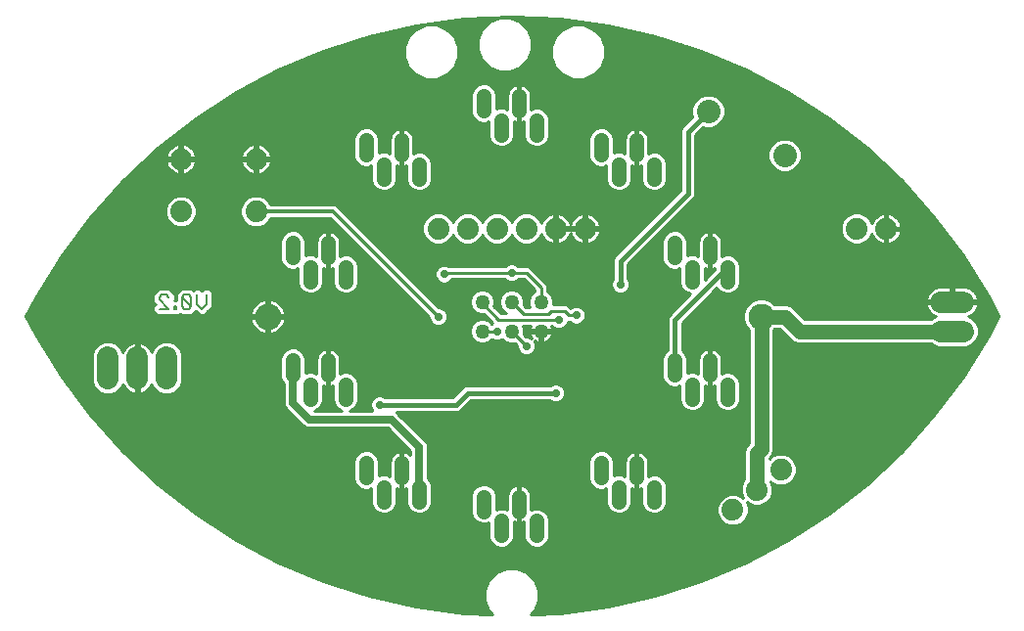
<source format=gbl>
G75*
%MOIN*%
%OFA0B0*%
%FSLAX25Y25*%
%IPPOS*%
%LPD*%
%AMOC8*
5,1,8,0,0,1.08239X$1,22.5*
%
%ADD10C,0.00800*%
%ADD11C,0.05000*%
%ADD12C,0.07400*%
%ADD13C,0.08000*%
%ADD14C,0.07400*%
%ADD15C,0.05000*%
%ADD16C,0.09000*%
%ADD17C,0.01000*%
%ADD18C,0.02900*%
%ADD19C,0.02500*%
%ADD20C,0.01600*%
%ADD21C,0.01200*%
D10*
X0051530Y0163900D02*
X0054733Y0163900D01*
X0051530Y0167103D01*
X0051530Y0167903D01*
X0052331Y0168704D01*
X0053932Y0168704D01*
X0054733Y0167903D01*
X0056510Y0164701D02*
X0056510Y0163900D01*
X0057311Y0163900D01*
X0057311Y0164701D01*
X0056510Y0164701D01*
X0059265Y0164701D02*
X0059265Y0167903D01*
X0062467Y0164701D01*
X0061667Y0163900D01*
X0060065Y0163900D01*
X0059265Y0164701D01*
X0062467Y0164701D02*
X0062467Y0167903D01*
X0061667Y0168704D01*
X0060065Y0168704D01*
X0059265Y0167903D01*
X0064421Y0168704D02*
X0064421Y0165501D01*
X0066022Y0163900D01*
X0067624Y0165501D01*
X0067624Y0168704D01*
D11*
X0097000Y0181487D02*
X0097000Y0186487D01*
X0103000Y0178237D02*
X0103000Y0173237D01*
X0109000Y0181487D02*
X0109000Y0186487D01*
X0115000Y0178237D02*
X0115000Y0173237D01*
X0109000Y0146487D02*
X0109000Y0141487D01*
X0103000Y0138237D02*
X0103000Y0133237D01*
X0097000Y0141487D02*
X0097000Y0146487D01*
X0115000Y0138237D02*
X0115000Y0133237D01*
X0122000Y0111487D02*
X0122000Y0106487D01*
X0128000Y0103237D02*
X0128000Y0098237D01*
X0134000Y0106487D02*
X0134000Y0111487D01*
X0140000Y0103237D02*
X0140000Y0098237D01*
X0162000Y0099987D02*
X0162000Y0094987D01*
X0168000Y0091737D02*
X0168000Y0086737D01*
X0174000Y0094987D02*
X0174000Y0099987D01*
X0180000Y0091737D02*
X0180000Y0086737D01*
X0202000Y0106487D02*
X0202000Y0111487D01*
X0208000Y0103237D02*
X0208000Y0098237D01*
X0214000Y0106487D02*
X0214000Y0111487D01*
X0220000Y0103237D02*
X0220000Y0098237D01*
X0255000Y0102300D02*
X0255000Y0114800D01*
X0256500Y0116300D01*
X0256500Y0161300D01*
X0264500Y0161300D01*
X0269500Y0156300D01*
X0321500Y0156300D01*
X0245000Y0173237D02*
X0245000Y0178237D01*
X0239000Y0181487D02*
X0239000Y0186487D01*
X0233000Y0178237D02*
X0233000Y0173237D01*
X0227000Y0181487D02*
X0227000Y0186487D01*
X0220000Y0208237D02*
X0220000Y0213237D01*
X0214000Y0216487D02*
X0214000Y0221487D01*
X0208000Y0213237D02*
X0208000Y0208237D01*
X0202000Y0216487D02*
X0202000Y0221487D01*
X0180000Y0223237D02*
X0180000Y0228237D01*
X0174000Y0231487D02*
X0174000Y0236487D01*
X0168000Y0228237D02*
X0168000Y0223237D01*
X0162000Y0231487D02*
X0162000Y0236487D01*
X0134000Y0221487D02*
X0134000Y0216487D01*
X0128000Y0213237D02*
X0128000Y0208237D01*
X0122000Y0216487D02*
X0122000Y0221487D01*
X0140000Y0213237D02*
X0140000Y0208237D01*
X0227000Y0146487D02*
X0227000Y0141487D01*
X0233000Y0138237D02*
X0233000Y0133237D01*
X0239000Y0141487D02*
X0239000Y0146487D01*
X0245000Y0138237D02*
X0245000Y0133237D01*
D12*
X0263197Y0109178D03*
X0255000Y0102300D03*
X0246803Y0095422D03*
X0289000Y0191300D03*
X0299000Y0191300D03*
X0196500Y0191300D03*
X0186500Y0191300D03*
X0176500Y0191300D03*
X0166500Y0191300D03*
X0156500Y0191300D03*
X0146500Y0191300D03*
X0084500Y0197200D03*
X0084500Y0215000D03*
X0058900Y0215000D03*
X0058900Y0197200D03*
D13*
X0238510Y0231300D03*
X0264490Y0216300D03*
D14*
X0317800Y0166300D02*
X0325200Y0166300D01*
X0325200Y0156300D02*
X0317800Y0156300D01*
X0054000Y0147500D02*
X0054000Y0140100D01*
X0044000Y0140100D02*
X0044000Y0147500D01*
X0034000Y0147500D02*
X0034000Y0140100D01*
D15*
X0161500Y0156300D03*
X0171500Y0156300D03*
X0171500Y0166300D03*
X0161500Y0166300D03*
X0181500Y0166300D03*
X0181500Y0156300D03*
D16*
X0256500Y0161300D03*
X0088500Y0161300D03*
D17*
X0092186Y0077425D02*
X0251214Y0077425D01*
X0251261Y0077445D02*
X0236113Y0071056D01*
X0220458Y0066034D01*
X0204420Y0062419D01*
X0188124Y0060238D01*
X0178000Y0059789D01*
X0179299Y0061089D01*
X0180700Y0064470D01*
X0180700Y0068130D01*
X0179299Y0071511D01*
X0176711Y0074099D01*
X0173330Y0075500D01*
X0169670Y0075500D01*
X0166289Y0074099D01*
X0163701Y0071511D01*
X0162300Y0068130D01*
X0162300Y0064470D01*
X0163701Y0061089D01*
X0164982Y0059808D01*
X0155276Y0060238D01*
X0138980Y0062419D01*
X0122942Y0066034D01*
X0107287Y0071056D01*
X0092139Y0077445D01*
X0077616Y0085150D01*
X0063832Y0094112D01*
X0050896Y0104259D01*
X0038910Y0115511D01*
X0027968Y0127782D01*
X0018156Y0140973D01*
X0009550Y0154981D01*
X0006120Y0161500D01*
X0009550Y0168019D01*
X0018156Y0182027D01*
X0027968Y0195218D01*
X0038910Y0207489D01*
X0050896Y0218741D01*
X0063832Y0228888D01*
X0077616Y0237850D01*
X0092139Y0245555D01*
X0107287Y0251944D01*
X0122942Y0256966D01*
X0138980Y0260581D01*
X0155276Y0262762D01*
X0171700Y0263490D01*
X0188124Y0262762D01*
X0204420Y0260581D01*
X0220458Y0256966D01*
X0236113Y0251944D01*
X0251261Y0245555D01*
X0265784Y0237850D01*
X0279568Y0228888D01*
X0292504Y0218741D01*
X0304490Y0207489D01*
X0315432Y0195218D01*
X0325244Y0182027D01*
X0333850Y0168019D01*
X0337280Y0161500D01*
X0333850Y0154981D01*
X0325244Y0140973D01*
X0315432Y0127782D01*
X0304490Y0115511D01*
X0292504Y0104259D01*
X0279568Y0094112D01*
X0265784Y0085150D01*
X0251261Y0077445D01*
X0253106Y0078424D02*
X0090294Y0078424D01*
X0092139Y0077445D02*
X0092139Y0077445D01*
X0094554Y0076427D02*
X0248846Y0076427D01*
X0246479Y0075428D02*
X0173504Y0075428D01*
X0175914Y0074430D02*
X0244111Y0074430D01*
X0241744Y0073431D02*
X0177380Y0073431D01*
X0178378Y0072432D02*
X0239376Y0072432D01*
X0237008Y0071434D02*
X0179331Y0071434D01*
X0179745Y0070435D02*
X0234177Y0070435D01*
X0231065Y0069437D02*
X0180159Y0069437D01*
X0180572Y0068438D02*
X0227952Y0068438D01*
X0224839Y0067440D02*
X0180700Y0067440D01*
X0180700Y0066441D02*
X0221726Y0066441D01*
X0217834Y0065443D02*
X0180700Y0065443D01*
X0180689Y0064444D02*
X0213404Y0064444D01*
X0208975Y0063446D02*
X0180276Y0063446D01*
X0179862Y0062447D02*
X0204545Y0062447D01*
X0197170Y0061449D02*
X0179449Y0061449D01*
X0178661Y0060450D02*
X0189709Y0060450D01*
X0169496Y0075428D02*
X0096921Y0075428D01*
X0099289Y0074430D02*
X0167086Y0074430D01*
X0165620Y0073431D02*
X0101656Y0073431D01*
X0104024Y0072432D02*
X0164622Y0072432D01*
X0163669Y0071434D02*
X0106392Y0071434D01*
X0109223Y0070435D02*
X0163255Y0070435D01*
X0162841Y0069437D02*
X0112335Y0069437D01*
X0115448Y0068438D02*
X0162428Y0068438D01*
X0162300Y0067440D02*
X0118561Y0067440D01*
X0121674Y0066441D02*
X0162300Y0066441D01*
X0162300Y0065443D02*
X0125566Y0065443D01*
X0129996Y0064444D02*
X0162311Y0064444D01*
X0162724Y0063446D02*
X0134425Y0063446D01*
X0138855Y0062447D02*
X0163138Y0062447D01*
X0163551Y0061449D02*
X0146230Y0061449D01*
X0153691Y0060450D02*
X0164339Y0060450D01*
X0167165Y0082537D02*
X0168835Y0082537D01*
X0170379Y0083177D01*
X0171561Y0084358D01*
X0172200Y0085902D01*
X0172200Y0091403D01*
X0172833Y0091141D01*
X0173606Y0090987D01*
X0173750Y0090987D01*
X0173750Y0094737D01*
X0174250Y0094737D01*
X0174250Y0090987D01*
X0174394Y0090987D01*
X0175167Y0091141D01*
X0175800Y0091403D01*
X0175800Y0085902D01*
X0176439Y0084358D01*
X0177621Y0083177D01*
X0179165Y0082537D01*
X0180835Y0082537D01*
X0182379Y0083177D01*
X0183561Y0084358D01*
X0184200Y0085902D01*
X0184200Y0092573D01*
X0183561Y0094116D01*
X0182379Y0095298D01*
X0180835Y0095937D01*
X0179165Y0095937D01*
X0178000Y0095455D01*
X0178000Y0100381D01*
X0177846Y0101154D01*
X0177545Y0101882D01*
X0177107Y0102537D01*
X0176550Y0103094D01*
X0175895Y0103532D01*
X0175167Y0103834D01*
X0174394Y0103987D01*
X0174250Y0103987D01*
X0174250Y0095237D01*
X0173750Y0095237D01*
X0173750Y0103987D01*
X0173606Y0103987D01*
X0172833Y0103834D01*
X0172105Y0103532D01*
X0171450Y0103094D01*
X0170893Y0102537D01*
X0170455Y0101882D01*
X0170154Y0101154D01*
X0170000Y0100381D01*
X0170000Y0095455D01*
X0168835Y0095937D01*
X0167165Y0095937D01*
X0166200Y0095538D01*
X0166200Y0100823D01*
X0165561Y0102366D01*
X0164379Y0103548D01*
X0162835Y0104187D01*
X0161165Y0104187D01*
X0159621Y0103548D01*
X0158439Y0102366D01*
X0157800Y0100823D01*
X0157800Y0094152D01*
X0158439Y0092608D01*
X0159621Y0091427D01*
X0161165Y0090787D01*
X0162835Y0090787D01*
X0163800Y0091187D01*
X0163800Y0085902D01*
X0164439Y0084358D01*
X0165621Y0083177D01*
X0167165Y0082537D01*
X0165382Y0083416D02*
X0080884Y0083416D01*
X0079002Y0084415D02*
X0164416Y0084415D01*
X0164002Y0085413D02*
X0077211Y0085413D01*
X0075675Y0086412D02*
X0163800Y0086412D01*
X0163800Y0087410D02*
X0074140Y0087410D01*
X0072604Y0088409D02*
X0163800Y0088409D01*
X0163800Y0089407D02*
X0071068Y0089407D01*
X0069532Y0090406D02*
X0163800Y0090406D01*
X0159675Y0091404D02*
X0067996Y0091404D01*
X0066461Y0092403D02*
X0158645Y0092403D01*
X0158111Y0093401D02*
X0064925Y0093401D01*
X0063465Y0094400D02*
X0126290Y0094400D01*
X0125621Y0094677D02*
X0127165Y0094037D01*
X0128835Y0094037D01*
X0130379Y0094677D01*
X0131561Y0095858D01*
X0132200Y0097402D01*
X0132200Y0102903D01*
X0132833Y0102641D01*
X0133606Y0102487D01*
X0133750Y0102487D01*
X0133750Y0106237D01*
X0134250Y0106237D01*
X0134250Y0102487D01*
X0134394Y0102487D01*
X0135167Y0102641D01*
X0135800Y0102903D01*
X0135800Y0097402D01*
X0136439Y0095858D01*
X0137621Y0094677D01*
X0139165Y0094037D01*
X0140835Y0094037D01*
X0142379Y0094677D01*
X0143561Y0095858D01*
X0144200Y0097402D01*
X0144200Y0104073D01*
X0143561Y0105616D01*
X0142950Y0106227D01*
X0142950Y0117387D01*
X0142501Y0118471D01*
X0133001Y0127971D01*
X0132172Y0128800D01*
X0152997Y0128800D01*
X0153916Y0129181D01*
X0157536Y0132800D01*
X0184545Y0132800D01*
X0184716Y0132630D01*
X0185873Y0132150D01*
X0187127Y0132150D01*
X0188284Y0132630D01*
X0189170Y0133516D01*
X0189650Y0134673D01*
X0189650Y0135927D01*
X0189170Y0137084D01*
X0188284Y0137970D01*
X0187127Y0138450D01*
X0185873Y0138450D01*
X0184716Y0137970D01*
X0184545Y0137800D01*
X0156003Y0137800D01*
X0155084Y0137419D01*
X0154381Y0136716D01*
X0151464Y0133800D01*
X0128455Y0133800D01*
X0128284Y0133970D01*
X0127127Y0134450D01*
X0125873Y0134450D01*
X0124716Y0133970D01*
X0123830Y0133084D01*
X0123350Y0131927D01*
X0123350Y0130673D01*
X0123830Y0129516D01*
X0124095Y0129250D01*
X0116349Y0129250D01*
X0117379Y0129677D01*
X0118561Y0130858D01*
X0119200Y0132402D01*
X0119200Y0139073D01*
X0118561Y0140616D01*
X0117379Y0141798D01*
X0115835Y0142437D01*
X0114165Y0142437D01*
X0113000Y0141955D01*
X0113000Y0146881D01*
X0112846Y0147654D01*
X0112545Y0148382D01*
X0112107Y0149037D01*
X0111550Y0149594D01*
X0110895Y0150032D01*
X0110167Y0150334D01*
X0109394Y0150487D01*
X0109250Y0150487D01*
X0109250Y0141737D01*
X0108750Y0141737D01*
X0108750Y0150487D01*
X0108606Y0150487D01*
X0107833Y0150334D01*
X0107105Y0150032D01*
X0106450Y0149594D01*
X0105893Y0149037D01*
X0105455Y0148382D01*
X0105154Y0147654D01*
X0105000Y0146881D01*
X0105000Y0141955D01*
X0103835Y0142437D01*
X0102165Y0142437D01*
X0101200Y0142038D01*
X0101200Y0147323D01*
X0100561Y0148866D01*
X0099379Y0150048D01*
X0097835Y0150687D01*
X0096165Y0150687D01*
X0094621Y0150048D01*
X0093439Y0148866D01*
X0092800Y0147323D01*
X0092800Y0140652D01*
X0093439Y0139108D01*
X0094050Y0138498D01*
X0094050Y0131213D01*
X0094499Y0130129D01*
X0095329Y0129299D01*
X0100829Y0123799D01*
X0101913Y0123350D01*
X0129278Y0123350D01*
X0137050Y0115578D01*
X0137050Y0114094D01*
X0136550Y0114594D01*
X0135895Y0115032D01*
X0135167Y0115334D01*
X0134394Y0115487D01*
X0134250Y0115487D01*
X0134250Y0106737D01*
X0133750Y0106737D01*
X0133750Y0115487D01*
X0133606Y0115487D01*
X0132833Y0115334D01*
X0132105Y0115032D01*
X0131450Y0114594D01*
X0130893Y0114037D01*
X0130455Y0113382D01*
X0130154Y0112654D01*
X0130000Y0111881D01*
X0130000Y0106955D01*
X0128835Y0107437D01*
X0127165Y0107437D01*
X0126200Y0107038D01*
X0126200Y0112323D01*
X0125561Y0113866D01*
X0124379Y0115048D01*
X0122835Y0115687D01*
X0121165Y0115687D01*
X0119621Y0115048D01*
X0118439Y0113866D01*
X0117800Y0112323D01*
X0117800Y0105652D01*
X0118439Y0104108D01*
X0119621Y0102927D01*
X0121165Y0102287D01*
X0122835Y0102287D01*
X0123800Y0102687D01*
X0123800Y0097402D01*
X0124439Y0095858D01*
X0125621Y0094677D01*
X0124899Y0095398D02*
X0062192Y0095398D01*
X0060919Y0096397D02*
X0124216Y0096397D01*
X0123803Y0097395D02*
X0059646Y0097395D01*
X0058373Y0098394D02*
X0123800Y0098394D01*
X0123800Y0099392D02*
X0057100Y0099392D01*
X0055827Y0100391D02*
X0123800Y0100391D01*
X0123800Y0101389D02*
X0054554Y0101389D01*
X0053281Y0102388D02*
X0120922Y0102388D01*
X0119161Y0103386D02*
X0052008Y0103386D01*
X0050762Y0104385D02*
X0118325Y0104385D01*
X0117911Y0105383D02*
X0049698Y0105383D01*
X0048635Y0106382D02*
X0117800Y0106382D01*
X0117800Y0107380D02*
X0047571Y0107380D01*
X0046508Y0108379D02*
X0117800Y0108379D01*
X0117800Y0109377D02*
X0045444Y0109377D01*
X0044381Y0110376D02*
X0117800Y0110376D01*
X0117800Y0111374D02*
X0043317Y0111374D01*
X0042253Y0112373D02*
X0117821Y0112373D01*
X0118234Y0113371D02*
X0041190Y0113371D01*
X0040126Y0114370D02*
X0118943Y0114370D01*
X0120395Y0115368D02*
X0039063Y0115368D01*
X0038147Y0116367D02*
X0136261Y0116367D01*
X0137050Y0115368D02*
X0134992Y0115368D01*
X0134250Y0115368D02*
X0133750Y0115368D01*
X0133008Y0115368D02*
X0123605Y0115368D01*
X0125057Y0114370D02*
X0131226Y0114370D01*
X0130451Y0113371D02*
X0125766Y0113371D01*
X0126179Y0112373D02*
X0130098Y0112373D01*
X0130000Y0111374D02*
X0126200Y0111374D01*
X0126200Y0110376D02*
X0130000Y0110376D01*
X0130000Y0109377D02*
X0126200Y0109377D01*
X0126200Y0108379D02*
X0130000Y0108379D01*
X0130000Y0107380D02*
X0128973Y0107380D01*
X0127027Y0107380D02*
X0126200Y0107380D01*
X0123800Y0102388D02*
X0123078Y0102388D01*
X0129710Y0094400D02*
X0138290Y0094400D01*
X0136899Y0095398D02*
X0131101Y0095398D01*
X0131784Y0096397D02*
X0136216Y0096397D01*
X0135803Y0097395D02*
X0132197Y0097395D01*
X0132200Y0098394D02*
X0135800Y0098394D01*
X0135800Y0099392D02*
X0132200Y0099392D01*
X0132200Y0100391D02*
X0135800Y0100391D01*
X0135800Y0101389D02*
X0132200Y0101389D01*
X0132200Y0102388D02*
X0135800Y0102388D01*
X0134250Y0103386D02*
X0133750Y0103386D01*
X0133750Y0104385D02*
X0134250Y0104385D01*
X0134250Y0105383D02*
X0133750Y0105383D01*
X0133750Y0107380D02*
X0134250Y0107380D01*
X0134250Y0108379D02*
X0133750Y0108379D01*
X0133750Y0109377D02*
X0134250Y0109377D01*
X0134250Y0110376D02*
X0133750Y0110376D01*
X0133750Y0111374D02*
X0134250Y0111374D01*
X0134250Y0112373D02*
X0133750Y0112373D01*
X0133750Y0113371D02*
X0134250Y0113371D01*
X0134250Y0114370D02*
X0133750Y0114370D01*
X0136774Y0114370D02*
X0137050Y0114370D01*
X0135263Y0117366D02*
X0037257Y0117366D01*
X0036367Y0118364D02*
X0134264Y0118364D01*
X0133266Y0119363D02*
X0035476Y0119363D01*
X0034586Y0120361D02*
X0132267Y0120361D01*
X0131269Y0121360D02*
X0033695Y0121360D01*
X0032805Y0122358D02*
X0130270Y0122358D01*
X0134620Y0126352D02*
X0252300Y0126352D01*
X0252300Y0125354D02*
X0135618Y0125354D01*
X0136617Y0124355D02*
X0252300Y0124355D01*
X0252300Y0123357D02*
X0137615Y0123357D01*
X0138614Y0122358D02*
X0252300Y0122358D01*
X0252300Y0121360D02*
X0139612Y0121360D01*
X0140611Y0120361D02*
X0252300Y0120361D01*
X0252300Y0119363D02*
X0141609Y0119363D01*
X0142545Y0118364D02*
X0252300Y0118364D01*
X0252300Y0118040D02*
X0251439Y0117179D01*
X0250800Y0115635D01*
X0250800Y0105737D01*
X0250422Y0105359D01*
X0249600Y0103374D01*
X0249600Y0101226D01*
X0250281Y0099581D01*
X0249862Y0100000D01*
X0247877Y0100822D01*
X0245729Y0100822D01*
X0243744Y0100000D01*
X0242225Y0098481D01*
X0241403Y0096496D01*
X0241403Y0094348D01*
X0242225Y0092363D01*
X0243744Y0090844D01*
X0245729Y0090022D01*
X0247877Y0090022D01*
X0249862Y0090844D01*
X0251381Y0092363D01*
X0252203Y0094348D01*
X0252203Y0096496D01*
X0251522Y0098141D01*
X0251941Y0097722D01*
X0253926Y0096900D01*
X0256074Y0096900D01*
X0258059Y0097722D01*
X0259578Y0099241D01*
X0260400Y0101226D01*
X0260400Y0103374D01*
X0259719Y0105019D01*
X0260138Y0104600D01*
X0262123Y0103778D01*
X0264271Y0103778D01*
X0266256Y0104600D01*
X0267775Y0106119D01*
X0268597Y0108104D01*
X0268597Y0110252D01*
X0267775Y0112237D01*
X0266256Y0113756D01*
X0264271Y0114578D01*
X0262123Y0114578D01*
X0260138Y0113756D01*
X0259200Y0112818D01*
X0259200Y0113060D01*
X0260061Y0113921D01*
X0260700Y0115465D01*
X0260700Y0156732D01*
X0261068Y0157100D01*
X0262760Y0157100D01*
X0267121Y0152739D01*
X0268665Y0152100D01*
X0314363Y0152100D01*
X0314741Y0151722D01*
X0316726Y0150900D01*
X0326274Y0150900D01*
X0328259Y0151722D01*
X0329778Y0153241D01*
X0330600Y0155226D01*
X0330600Y0157374D01*
X0329778Y0159359D01*
X0328259Y0160878D01*
X0326976Y0161409D01*
X0327196Y0161481D01*
X0327925Y0161853D01*
X0328588Y0162334D01*
X0329166Y0162912D01*
X0329647Y0163575D01*
X0330019Y0164304D01*
X0330272Y0165082D01*
X0330386Y0165800D01*
X0322000Y0165800D01*
X0322000Y0166800D01*
X0321000Y0166800D01*
X0321000Y0171500D01*
X0317391Y0171500D01*
X0316582Y0171372D01*
X0315804Y0171119D01*
X0315075Y0170747D01*
X0314412Y0170266D01*
X0313834Y0169688D01*
X0313353Y0169025D01*
X0312981Y0168296D01*
X0312728Y0167518D01*
X0312614Y0166800D01*
X0321000Y0166800D01*
X0321000Y0165800D01*
X0312614Y0165800D01*
X0312728Y0165082D01*
X0312981Y0164304D01*
X0313353Y0163575D01*
X0313834Y0162912D01*
X0314412Y0162334D01*
X0315075Y0161853D01*
X0315804Y0161481D01*
X0316024Y0161409D01*
X0314741Y0160878D01*
X0314363Y0160500D01*
X0271240Y0160500D01*
X0268061Y0163679D01*
X0266879Y0164861D01*
X0265335Y0165500D01*
X0261068Y0165500D01*
X0260012Y0166556D01*
X0257733Y0167500D01*
X0255267Y0167500D01*
X0252988Y0166556D01*
X0251244Y0164812D01*
X0250300Y0162533D01*
X0250300Y0160067D01*
X0251244Y0157788D01*
X0252300Y0156732D01*
X0252300Y0118040D01*
X0251626Y0117366D02*
X0142950Y0117366D01*
X0142950Y0116367D02*
X0251103Y0116367D01*
X0250800Y0115368D02*
X0214992Y0115368D01*
X0215167Y0115334D02*
X0214394Y0115487D01*
X0214250Y0115487D01*
X0214250Y0106737D01*
X0213750Y0106737D01*
X0213750Y0115487D01*
X0213606Y0115487D01*
X0212833Y0115334D01*
X0212105Y0115032D01*
X0211450Y0114594D01*
X0210893Y0114037D01*
X0210455Y0113382D01*
X0210154Y0112654D01*
X0210000Y0111881D01*
X0210000Y0106955D01*
X0208835Y0107437D01*
X0207165Y0107437D01*
X0206200Y0107038D01*
X0206200Y0112323D01*
X0205561Y0113866D01*
X0204379Y0115048D01*
X0202835Y0115687D01*
X0201165Y0115687D01*
X0199621Y0115048D01*
X0198439Y0113866D01*
X0197800Y0112323D01*
X0197800Y0105652D01*
X0198439Y0104108D01*
X0199621Y0102927D01*
X0201165Y0102287D01*
X0202835Y0102287D01*
X0203800Y0102687D01*
X0203800Y0097402D01*
X0204439Y0095858D01*
X0205621Y0094677D01*
X0207165Y0094037D01*
X0208835Y0094037D01*
X0210379Y0094677D01*
X0211561Y0095858D01*
X0212200Y0097402D01*
X0212200Y0102903D01*
X0212833Y0102641D01*
X0213606Y0102487D01*
X0213750Y0102487D01*
X0213750Y0106237D01*
X0214250Y0106237D01*
X0214250Y0102487D01*
X0214394Y0102487D01*
X0215167Y0102641D01*
X0215800Y0102903D01*
X0215800Y0097402D01*
X0216439Y0095858D01*
X0217621Y0094677D01*
X0219165Y0094037D01*
X0220835Y0094037D01*
X0222379Y0094677D01*
X0223561Y0095858D01*
X0224200Y0097402D01*
X0224200Y0104073D01*
X0223561Y0105616D01*
X0222379Y0106798D01*
X0220835Y0107437D01*
X0219165Y0107437D01*
X0218000Y0106955D01*
X0218000Y0111881D01*
X0217846Y0112654D01*
X0217545Y0113382D01*
X0217107Y0114037D01*
X0216550Y0114594D01*
X0215895Y0115032D01*
X0215167Y0115334D01*
X0214250Y0115368D02*
X0213750Y0115368D01*
X0213008Y0115368D02*
X0203605Y0115368D01*
X0205057Y0114370D02*
X0211226Y0114370D01*
X0210451Y0113371D02*
X0205766Y0113371D01*
X0206179Y0112373D02*
X0210098Y0112373D01*
X0210000Y0111374D02*
X0206200Y0111374D01*
X0206200Y0110376D02*
X0210000Y0110376D01*
X0210000Y0109377D02*
X0206200Y0109377D01*
X0206200Y0108379D02*
X0210000Y0108379D01*
X0210000Y0107380D02*
X0208973Y0107380D01*
X0207027Y0107380D02*
X0206200Y0107380D01*
X0203800Y0102388D02*
X0203078Y0102388D01*
X0203800Y0101389D02*
X0177749Y0101389D01*
X0177998Y0100391D02*
X0203800Y0100391D01*
X0203800Y0099392D02*
X0178000Y0099392D01*
X0178000Y0098394D02*
X0203800Y0098394D01*
X0203803Y0097395D02*
X0178000Y0097395D01*
X0178000Y0096397D02*
X0204216Y0096397D01*
X0204899Y0095398D02*
X0182137Y0095398D01*
X0183277Y0094400D02*
X0206290Y0094400D01*
X0209710Y0094400D02*
X0218290Y0094400D01*
X0216899Y0095398D02*
X0211101Y0095398D01*
X0211784Y0096397D02*
X0216216Y0096397D01*
X0215803Y0097395D02*
X0212197Y0097395D01*
X0212200Y0098394D02*
X0215800Y0098394D01*
X0215800Y0099392D02*
X0212200Y0099392D01*
X0212200Y0100391D02*
X0215800Y0100391D01*
X0215800Y0101389D02*
X0212200Y0101389D01*
X0212200Y0102388D02*
X0215800Y0102388D01*
X0214250Y0103386D02*
X0213750Y0103386D01*
X0213750Y0104385D02*
X0214250Y0104385D01*
X0214250Y0105383D02*
X0213750Y0105383D01*
X0213750Y0107380D02*
X0214250Y0107380D01*
X0214250Y0108379D02*
X0213750Y0108379D01*
X0213750Y0109377D02*
X0214250Y0109377D01*
X0214250Y0110376D02*
X0213750Y0110376D01*
X0213750Y0111374D02*
X0214250Y0111374D01*
X0214250Y0112373D02*
X0213750Y0112373D01*
X0213750Y0113371D02*
X0214250Y0113371D01*
X0214250Y0114370D02*
X0213750Y0114370D01*
X0216774Y0114370D02*
X0250800Y0114370D01*
X0250800Y0113371D02*
X0217549Y0113371D01*
X0217902Y0112373D02*
X0250800Y0112373D01*
X0250800Y0111374D02*
X0218000Y0111374D01*
X0218000Y0110376D02*
X0250800Y0110376D01*
X0250800Y0109377D02*
X0218000Y0109377D01*
X0218000Y0108379D02*
X0250800Y0108379D01*
X0250800Y0107380D02*
X0220973Y0107380D01*
X0219027Y0107380D02*
X0218000Y0107380D01*
X0222795Y0106382D02*
X0250800Y0106382D01*
X0250447Y0105383D02*
X0223657Y0105383D01*
X0224071Y0104385D02*
X0250019Y0104385D01*
X0249605Y0103386D02*
X0224200Y0103386D01*
X0224200Y0102388D02*
X0249600Y0102388D01*
X0249600Y0101389D02*
X0224200Y0101389D01*
X0224200Y0100391D02*
X0244688Y0100391D01*
X0243137Y0099392D02*
X0224200Y0099392D01*
X0224200Y0098394D02*
X0242189Y0098394D01*
X0241776Y0097395D02*
X0224197Y0097395D01*
X0223784Y0096397D02*
X0241403Y0096397D01*
X0241403Y0095398D02*
X0223101Y0095398D01*
X0221710Y0094400D02*
X0241403Y0094400D01*
X0241795Y0093401D02*
X0183857Y0093401D01*
X0184200Y0092403D02*
X0242209Y0092403D01*
X0243185Y0091404D02*
X0184200Y0091404D01*
X0184200Y0090406D02*
X0244803Y0090406D01*
X0248803Y0090406D02*
X0273868Y0090406D01*
X0275404Y0091404D02*
X0250422Y0091404D01*
X0251398Y0092403D02*
X0276939Y0092403D01*
X0278475Y0093401D02*
X0251811Y0093401D01*
X0252203Y0094400D02*
X0279935Y0094400D01*
X0281208Y0095398D02*
X0252203Y0095398D01*
X0252203Y0096397D02*
X0282481Y0096397D01*
X0283754Y0097395D02*
X0257270Y0097395D01*
X0258731Y0098394D02*
X0285027Y0098394D01*
X0286300Y0099392D02*
X0259641Y0099392D01*
X0260054Y0100391D02*
X0287573Y0100391D01*
X0288846Y0101389D02*
X0260400Y0101389D01*
X0260400Y0102388D02*
X0290119Y0102388D01*
X0291392Y0103386D02*
X0260395Y0103386D01*
X0260657Y0104385D02*
X0259981Y0104385D01*
X0265736Y0104385D02*
X0292638Y0104385D01*
X0293702Y0105383D02*
X0267039Y0105383D01*
X0267883Y0106382D02*
X0294765Y0106382D01*
X0295829Y0107380D02*
X0268297Y0107380D01*
X0268597Y0108379D02*
X0296892Y0108379D01*
X0297956Y0109377D02*
X0268597Y0109377D01*
X0268545Y0110376D02*
X0299019Y0110376D01*
X0300083Y0111374D02*
X0268132Y0111374D01*
X0267638Y0112373D02*
X0301147Y0112373D01*
X0302210Y0113371D02*
X0266640Y0113371D01*
X0264773Y0114370D02*
X0303274Y0114370D01*
X0304337Y0115368D02*
X0260660Y0115368D01*
X0260700Y0116367D02*
X0305253Y0116367D01*
X0306143Y0117366D02*
X0260700Y0117366D01*
X0260700Y0118364D02*
X0307033Y0118364D01*
X0307924Y0119363D02*
X0260700Y0119363D01*
X0260700Y0120361D02*
X0308814Y0120361D01*
X0309705Y0121360D02*
X0260700Y0121360D01*
X0260700Y0122358D02*
X0310595Y0122358D01*
X0311486Y0123357D02*
X0260700Y0123357D01*
X0260700Y0124355D02*
X0312376Y0124355D01*
X0313267Y0125354D02*
X0260700Y0125354D01*
X0260700Y0126352D02*
X0314157Y0126352D01*
X0315047Y0127351D02*
X0260700Y0127351D01*
X0260700Y0128349D02*
X0315854Y0128349D01*
X0316597Y0129348D02*
X0260700Y0129348D01*
X0260700Y0130346D02*
X0317339Y0130346D01*
X0318082Y0131345D02*
X0260700Y0131345D01*
X0260700Y0132343D02*
X0318825Y0132343D01*
X0319568Y0133342D02*
X0260700Y0133342D01*
X0260700Y0134340D02*
X0320310Y0134340D01*
X0321053Y0135339D02*
X0260700Y0135339D01*
X0260700Y0136337D02*
X0321796Y0136337D01*
X0322539Y0137336D02*
X0260700Y0137336D01*
X0260700Y0138334D02*
X0323281Y0138334D01*
X0324024Y0139333D02*
X0260700Y0139333D01*
X0260700Y0140331D02*
X0324767Y0140331D01*
X0325463Y0141330D02*
X0260700Y0141330D01*
X0260700Y0142328D02*
X0326077Y0142328D01*
X0326690Y0143327D02*
X0260700Y0143327D01*
X0260700Y0144325D02*
X0327304Y0144325D01*
X0327917Y0145324D02*
X0260700Y0145324D01*
X0260700Y0146322D02*
X0328530Y0146322D01*
X0329144Y0147321D02*
X0260700Y0147321D01*
X0260700Y0148319D02*
X0329757Y0148319D01*
X0330371Y0149318D02*
X0260700Y0149318D01*
X0260700Y0150316D02*
X0330984Y0150316D01*
X0331597Y0151315D02*
X0327276Y0151315D01*
X0328850Y0152313D02*
X0332211Y0152313D01*
X0332824Y0153312D02*
X0329807Y0153312D01*
X0330221Y0154310D02*
X0333438Y0154310D01*
X0334022Y0155309D02*
X0330600Y0155309D01*
X0330600Y0156307D02*
X0334547Y0156307D01*
X0335073Y0157306D02*
X0330600Y0157306D01*
X0330215Y0158304D02*
X0335598Y0158304D01*
X0336124Y0159303D02*
X0329801Y0159303D01*
X0328835Y0160301D02*
X0336649Y0160301D01*
X0337174Y0161300D02*
X0327240Y0161300D01*
X0328539Y0162299D02*
X0336859Y0162299D01*
X0336334Y0163297D02*
X0329446Y0163297D01*
X0330015Y0164296D02*
X0335809Y0164296D01*
X0335283Y0165294D02*
X0330305Y0165294D01*
X0330386Y0166800D02*
X0330272Y0167518D01*
X0330019Y0168296D01*
X0329647Y0169025D01*
X0329166Y0169688D01*
X0328588Y0170266D01*
X0327925Y0170747D01*
X0327196Y0171119D01*
X0326418Y0171372D01*
X0325609Y0171500D01*
X0322000Y0171500D01*
X0322000Y0166800D01*
X0330386Y0166800D01*
X0330308Y0167291D02*
X0334233Y0167291D01*
X0333850Y0168019D02*
X0333850Y0168019D01*
X0333683Y0168290D02*
X0330021Y0168290D01*
X0329457Y0169288D02*
X0333070Y0169288D01*
X0332456Y0170287D02*
X0328560Y0170287D01*
X0326685Y0171285D02*
X0331843Y0171285D01*
X0331230Y0172284D02*
X0249151Y0172284D01*
X0249200Y0172402D02*
X0249200Y0179073D01*
X0248561Y0180616D01*
X0247379Y0181798D01*
X0245835Y0182437D01*
X0244165Y0182437D01*
X0243000Y0181955D01*
X0243000Y0186881D01*
X0242846Y0187654D01*
X0242545Y0188382D01*
X0242107Y0189037D01*
X0241550Y0189594D01*
X0240895Y0190032D01*
X0240167Y0190334D01*
X0239394Y0190487D01*
X0239250Y0190487D01*
X0239250Y0181737D01*
X0238750Y0181737D01*
X0238750Y0190487D01*
X0238606Y0190487D01*
X0237833Y0190334D01*
X0237105Y0190032D01*
X0236450Y0189594D01*
X0235893Y0189037D01*
X0235455Y0188382D01*
X0235154Y0187654D01*
X0235000Y0186881D01*
X0235000Y0181955D01*
X0233835Y0182437D01*
X0232165Y0182437D01*
X0231200Y0182038D01*
X0231200Y0187323D01*
X0230561Y0188866D01*
X0229379Y0190048D01*
X0227835Y0190687D01*
X0226165Y0190687D01*
X0224621Y0190048D01*
X0223439Y0188866D01*
X0222800Y0187323D01*
X0222800Y0180652D01*
X0223439Y0179108D01*
X0224621Y0177927D01*
X0226165Y0177287D01*
X0227835Y0177287D01*
X0228800Y0177687D01*
X0228800Y0172402D01*
X0229439Y0170858D01*
X0230621Y0169677D01*
X0232165Y0169037D01*
X0232264Y0169037D01*
X0224881Y0161654D01*
X0224500Y0160735D01*
X0224500Y0149927D01*
X0223439Y0148866D01*
X0222800Y0147323D01*
X0222800Y0140652D01*
X0223439Y0139108D01*
X0224621Y0137927D01*
X0226165Y0137287D01*
X0227835Y0137287D01*
X0228800Y0137687D01*
X0228800Y0132402D01*
X0229439Y0130858D01*
X0230621Y0129677D01*
X0232165Y0129037D01*
X0233835Y0129037D01*
X0235379Y0129677D01*
X0236561Y0130858D01*
X0237200Y0132402D01*
X0237200Y0137903D01*
X0237833Y0137641D01*
X0238606Y0137487D01*
X0238750Y0137487D01*
X0238750Y0141237D01*
X0239250Y0141237D01*
X0239250Y0137487D01*
X0239394Y0137487D01*
X0240167Y0137641D01*
X0240800Y0137903D01*
X0240800Y0132402D01*
X0241439Y0130858D01*
X0242621Y0129677D01*
X0244165Y0129037D01*
X0245835Y0129037D01*
X0247379Y0129677D01*
X0248561Y0130858D01*
X0249200Y0132402D01*
X0249200Y0139073D01*
X0248561Y0140616D01*
X0247379Y0141798D01*
X0245835Y0142437D01*
X0244165Y0142437D01*
X0243000Y0141955D01*
X0243000Y0146881D01*
X0242846Y0147654D01*
X0242545Y0148382D01*
X0242107Y0149037D01*
X0241550Y0149594D01*
X0240895Y0150032D01*
X0240167Y0150334D01*
X0239394Y0150487D01*
X0239250Y0150487D01*
X0239250Y0141737D01*
X0238750Y0141737D01*
X0238750Y0150487D01*
X0238606Y0150487D01*
X0237833Y0150334D01*
X0237105Y0150032D01*
X0236450Y0149594D01*
X0235893Y0149037D01*
X0235455Y0148382D01*
X0235154Y0147654D01*
X0235000Y0146881D01*
X0235000Y0141955D01*
X0233835Y0142437D01*
X0232165Y0142437D01*
X0231200Y0142038D01*
X0231200Y0147323D01*
X0230561Y0148866D01*
X0229500Y0149927D01*
X0229500Y0159202D01*
X0241357Y0171058D01*
X0241439Y0170858D01*
X0242621Y0169677D01*
X0244165Y0169037D01*
X0245835Y0169037D01*
X0247379Y0169677D01*
X0248561Y0170858D01*
X0249200Y0172402D01*
X0249200Y0173282D02*
X0330616Y0173282D01*
X0330003Y0174281D02*
X0249200Y0174281D01*
X0249200Y0175279D02*
X0329390Y0175279D01*
X0328776Y0176278D02*
X0249200Y0176278D01*
X0249200Y0177276D02*
X0328163Y0177276D01*
X0327549Y0178275D02*
X0249200Y0178275D01*
X0249117Y0179273D02*
X0326936Y0179273D01*
X0326323Y0180272D02*
X0248703Y0180272D01*
X0247907Y0181270D02*
X0325709Y0181270D01*
X0325064Y0182269D02*
X0246243Y0182269D01*
X0243757Y0182269D02*
X0243000Y0182269D01*
X0243000Y0183267D02*
X0324322Y0183267D01*
X0323579Y0184266D02*
X0243000Y0184266D01*
X0243000Y0185264D02*
X0322836Y0185264D01*
X0322093Y0186263D02*
X0300325Y0186263D01*
X0300218Y0186228D02*
X0300996Y0186481D01*
X0301725Y0186853D01*
X0302388Y0187334D01*
X0302966Y0187912D01*
X0303447Y0188575D01*
X0303819Y0189304D01*
X0304072Y0190082D01*
X0304200Y0190891D01*
X0304200Y0191000D01*
X0299300Y0191000D01*
X0299300Y0191600D01*
X0304200Y0191600D01*
X0304200Y0191709D01*
X0304072Y0192518D01*
X0303819Y0193296D01*
X0303447Y0194025D01*
X0302966Y0194688D01*
X0302388Y0195266D01*
X0301725Y0195747D01*
X0300996Y0196119D01*
X0300218Y0196372D01*
X0299409Y0196500D01*
X0299300Y0196500D01*
X0299300Y0191600D01*
X0298700Y0191600D01*
X0298700Y0196500D01*
X0298591Y0196500D01*
X0297782Y0196372D01*
X0297004Y0196119D01*
X0296275Y0195747D01*
X0295612Y0195266D01*
X0295034Y0194688D01*
X0294553Y0194025D01*
X0294181Y0193296D01*
X0294109Y0193076D01*
X0293578Y0194359D01*
X0292059Y0195878D01*
X0290074Y0196700D01*
X0287926Y0196700D01*
X0285941Y0195878D01*
X0284422Y0194359D01*
X0283600Y0192374D01*
X0283600Y0190226D01*
X0284422Y0188241D01*
X0285941Y0186722D01*
X0287926Y0185900D01*
X0290074Y0185900D01*
X0292059Y0186722D01*
X0293578Y0188241D01*
X0294109Y0189524D01*
X0294181Y0189304D01*
X0294553Y0188575D01*
X0295034Y0187912D01*
X0295612Y0187334D01*
X0296275Y0186853D01*
X0297004Y0186481D01*
X0297782Y0186228D01*
X0298591Y0186100D01*
X0298700Y0186100D01*
X0298700Y0191000D01*
X0299300Y0191000D01*
X0299300Y0186100D01*
X0299409Y0186100D01*
X0300218Y0186228D01*
X0299300Y0186263D02*
X0298700Y0186263D01*
X0298700Y0187261D02*
X0299300Y0187261D01*
X0299300Y0188260D02*
X0298700Y0188260D01*
X0298700Y0189258D02*
X0299300Y0189258D01*
X0299300Y0190257D02*
X0298700Y0190257D01*
X0299300Y0191255D02*
X0318380Y0191255D01*
X0319122Y0190257D02*
X0304100Y0190257D01*
X0303796Y0189258D02*
X0319865Y0189258D01*
X0320608Y0188260D02*
X0303219Y0188260D01*
X0302288Y0187261D02*
X0321351Y0187261D01*
X0317637Y0192254D02*
X0304114Y0192254D01*
X0303833Y0193252D02*
X0316894Y0193252D01*
X0316151Y0194251D02*
X0303284Y0194251D01*
X0302405Y0195249D02*
X0315404Y0195249D01*
X0315432Y0195218D02*
X0315432Y0195218D01*
X0314514Y0196248D02*
X0300599Y0196248D01*
X0299300Y0196248D02*
X0298700Y0196248D01*
X0298700Y0195249D02*
X0299300Y0195249D01*
X0299300Y0194251D02*
X0298700Y0194251D01*
X0298700Y0193252D02*
X0299300Y0193252D01*
X0299300Y0192254D02*
X0298700Y0192254D01*
X0297401Y0196248D02*
X0291166Y0196248D01*
X0292687Y0195249D02*
X0295595Y0195249D01*
X0294716Y0194251D02*
X0293623Y0194251D01*
X0294036Y0193252D02*
X0294167Y0193252D01*
X0294204Y0189258D02*
X0293999Y0189258D01*
X0293586Y0188260D02*
X0294781Y0188260D01*
X0295712Y0187261D02*
X0292598Y0187261D01*
X0290950Y0186263D02*
X0297675Y0186263D01*
X0287050Y0186263D02*
X0243000Y0186263D01*
X0242924Y0187261D02*
X0285402Y0187261D01*
X0284414Y0188260D02*
X0242595Y0188260D01*
X0241886Y0189258D02*
X0284001Y0189258D01*
X0283600Y0190257D02*
X0240352Y0190257D01*
X0239250Y0190257D02*
X0238750Y0190257D01*
X0238750Y0189258D02*
X0239250Y0189258D01*
X0239250Y0188260D02*
X0238750Y0188260D01*
X0238750Y0187261D02*
X0239250Y0187261D01*
X0239250Y0186263D02*
X0238750Y0186263D01*
X0238750Y0185264D02*
X0239250Y0185264D01*
X0239250Y0184266D02*
X0238750Y0184266D01*
X0238750Y0183267D02*
X0239250Y0183267D01*
X0239250Y0182269D02*
X0238750Y0182269D01*
X0238750Y0181237D02*
X0239250Y0181237D01*
X0239250Y0177487D01*
X0239394Y0177487D01*
X0240167Y0177641D01*
X0240800Y0177903D01*
X0240800Y0177573D01*
X0237200Y0173973D01*
X0237200Y0177903D01*
X0237833Y0177641D01*
X0238606Y0177487D01*
X0238750Y0177487D01*
X0238750Y0181237D01*
X0238750Y0180272D02*
X0239250Y0180272D01*
X0239250Y0179273D02*
X0238750Y0179273D01*
X0238750Y0178275D02*
X0239250Y0178275D01*
X0240503Y0177276D02*
X0237200Y0177276D01*
X0237200Y0176278D02*
X0239505Y0176278D01*
X0238506Y0175279D02*
X0237200Y0175279D01*
X0237200Y0174281D02*
X0237508Y0174281D01*
X0240585Y0170287D02*
X0242011Y0170287D01*
X0243559Y0169288D02*
X0239586Y0169288D01*
X0238588Y0168290D02*
X0312979Y0168290D01*
X0312692Y0167291D02*
X0258238Y0167291D01*
X0260276Y0166293D02*
X0321000Y0166293D01*
X0321000Y0167291D02*
X0322000Y0167291D01*
X0322000Y0166293D02*
X0334758Y0166293D01*
X0322000Y0168290D02*
X0321000Y0168290D01*
X0321000Y0169288D02*
X0322000Y0169288D01*
X0322000Y0170287D02*
X0321000Y0170287D01*
X0321000Y0171285D02*
X0322000Y0171285D01*
X0316315Y0171285D02*
X0248737Y0171285D01*
X0247989Y0170287D02*
X0314440Y0170287D01*
X0313543Y0169288D02*
X0246441Y0169288D01*
X0251726Y0165294D02*
X0235592Y0165294D01*
X0234594Y0164296D02*
X0251030Y0164296D01*
X0250616Y0163297D02*
X0233595Y0163297D01*
X0232597Y0162299D02*
X0250300Y0162299D01*
X0250300Y0161300D02*
X0231598Y0161300D01*
X0230600Y0160301D02*
X0250300Y0160301D01*
X0250616Y0159303D02*
X0229601Y0159303D01*
X0229500Y0158304D02*
X0251030Y0158304D01*
X0251726Y0157306D02*
X0229500Y0157306D01*
X0229500Y0156307D02*
X0252300Y0156307D01*
X0252300Y0155309D02*
X0229500Y0155309D01*
X0229500Y0154310D02*
X0252300Y0154310D01*
X0252300Y0153312D02*
X0229500Y0153312D01*
X0229500Y0152313D02*
X0252300Y0152313D01*
X0252300Y0151315D02*
X0229500Y0151315D01*
X0229500Y0150316D02*
X0237791Y0150316D01*
X0238750Y0150316D02*
X0239250Y0150316D01*
X0240209Y0150316D02*
X0252300Y0150316D01*
X0252300Y0149318D02*
X0241826Y0149318D01*
X0242571Y0148319D02*
X0252300Y0148319D01*
X0252300Y0147321D02*
X0242913Y0147321D01*
X0243000Y0146322D02*
X0252300Y0146322D01*
X0252300Y0145324D02*
X0243000Y0145324D01*
X0243000Y0144325D02*
X0252300Y0144325D01*
X0252300Y0143327D02*
X0243000Y0143327D01*
X0243000Y0142328D02*
X0243901Y0142328D01*
X0246099Y0142328D02*
X0252300Y0142328D01*
X0252300Y0141330D02*
X0247847Y0141330D01*
X0248679Y0140331D02*
X0252300Y0140331D01*
X0252300Y0139333D02*
X0249092Y0139333D01*
X0249200Y0138334D02*
X0252300Y0138334D01*
X0252300Y0137336D02*
X0249200Y0137336D01*
X0249200Y0136337D02*
X0252300Y0136337D01*
X0252300Y0135339D02*
X0249200Y0135339D01*
X0249200Y0134340D02*
X0252300Y0134340D01*
X0252300Y0133342D02*
X0249200Y0133342D01*
X0249176Y0132343D02*
X0252300Y0132343D01*
X0252300Y0131345D02*
X0248762Y0131345D01*
X0248048Y0130346D02*
X0252300Y0130346D01*
X0252300Y0129348D02*
X0246584Y0129348D01*
X0243416Y0129348D02*
X0234584Y0129348D01*
X0236048Y0130346D02*
X0241952Y0130346D01*
X0241238Y0131345D02*
X0236762Y0131345D01*
X0237176Y0132343D02*
X0240824Y0132343D01*
X0240800Y0133342D02*
X0237200Y0133342D01*
X0237200Y0134340D02*
X0240800Y0134340D01*
X0240800Y0135339D02*
X0237200Y0135339D01*
X0237200Y0136337D02*
X0240800Y0136337D01*
X0240800Y0137336D02*
X0237200Y0137336D01*
X0238750Y0138334D02*
X0239250Y0138334D01*
X0239250Y0139333D02*
X0238750Y0139333D01*
X0238750Y0140331D02*
X0239250Y0140331D01*
X0239250Y0142328D02*
X0238750Y0142328D01*
X0238750Y0143327D02*
X0239250Y0143327D01*
X0239250Y0144325D02*
X0238750Y0144325D01*
X0238750Y0145324D02*
X0239250Y0145324D01*
X0239250Y0146322D02*
X0238750Y0146322D01*
X0238750Y0147321D02*
X0239250Y0147321D01*
X0239250Y0148319D02*
X0238750Y0148319D01*
X0238750Y0149318D02*
X0239250Y0149318D01*
X0236174Y0149318D02*
X0230109Y0149318D01*
X0230787Y0148319D02*
X0235429Y0148319D01*
X0235087Y0147321D02*
X0231200Y0147321D01*
X0231200Y0146322D02*
X0235000Y0146322D01*
X0235000Y0145324D02*
X0231200Y0145324D01*
X0231200Y0144325D02*
X0235000Y0144325D01*
X0235000Y0143327D02*
X0231200Y0143327D01*
X0231200Y0142328D02*
X0231901Y0142328D01*
X0234099Y0142328D02*
X0235000Y0142328D01*
X0228800Y0137336D02*
X0227952Y0137336D01*
X0228800Y0136337D02*
X0189480Y0136337D01*
X0189650Y0135339D02*
X0228800Y0135339D01*
X0228800Y0134340D02*
X0189512Y0134340D01*
X0188996Y0133342D02*
X0228800Y0133342D01*
X0228824Y0132343D02*
X0187593Y0132343D01*
X0185407Y0132343D02*
X0157079Y0132343D01*
X0156080Y0131345D02*
X0229238Y0131345D01*
X0229952Y0130346D02*
X0155082Y0130346D01*
X0154083Y0129348D02*
X0231416Y0129348D01*
X0226048Y0137336D02*
X0188919Y0137336D01*
X0187406Y0138334D02*
X0224213Y0138334D01*
X0223346Y0139333D02*
X0119092Y0139333D01*
X0119200Y0138334D02*
X0185594Y0138334D01*
X0178284Y0148630D02*
X0179170Y0149516D01*
X0179650Y0150673D01*
X0179650Y0151927D01*
X0179192Y0153031D01*
X0179605Y0152755D01*
X0180333Y0152454D01*
X0181000Y0152321D01*
X0181000Y0155800D01*
X0182000Y0155800D01*
X0182000Y0156800D01*
X0185479Y0156800D01*
X0185346Y0157467D01*
X0185084Y0158100D01*
X0185245Y0158100D01*
X0185716Y0157630D01*
X0186873Y0157150D01*
X0188127Y0157150D01*
X0189284Y0157630D01*
X0190170Y0158516D01*
X0190620Y0159600D01*
X0191245Y0159600D01*
X0191716Y0159130D01*
X0192873Y0158650D01*
X0194127Y0158650D01*
X0195284Y0159130D01*
X0196170Y0160016D01*
X0196650Y0161173D01*
X0196650Y0162427D01*
X0196170Y0163584D01*
X0195284Y0164470D01*
X0194127Y0164950D01*
X0192873Y0164950D01*
X0191716Y0164470D01*
X0191578Y0164333D01*
X0190411Y0165500D01*
X0185700Y0165500D01*
X0185700Y0167135D01*
X0185061Y0168679D01*
X0183879Y0169861D01*
X0183700Y0169935D01*
X0183700Y0172211D01*
X0182411Y0173500D01*
X0177411Y0178500D01*
X0173755Y0178500D01*
X0173284Y0178970D01*
X0172127Y0179450D01*
X0170873Y0179450D01*
X0169716Y0178970D01*
X0169245Y0178500D01*
X0150213Y0178500D01*
X0149127Y0178950D01*
X0147873Y0178950D01*
X0146716Y0178470D01*
X0145830Y0177584D01*
X0145350Y0176427D01*
X0145350Y0175173D01*
X0145830Y0174016D01*
X0146716Y0173130D01*
X0147873Y0172650D01*
X0149127Y0172650D01*
X0150284Y0173130D01*
X0151170Y0174016D01*
X0151205Y0174100D01*
X0169245Y0174100D01*
X0169716Y0173630D01*
X0170873Y0173150D01*
X0172127Y0173150D01*
X0173284Y0173630D01*
X0173755Y0174100D01*
X0175589Y0174100D01*
X0179300Y0170389D01*
X0179300Y0169935D01*
X0179121Y0169861D01*
X0177939Y0168679D01*
X0177300Y0167135D01*
X0177300Y0165465D01*
X0177700Y0164500D01*
X0176411Y0164500D01*
X0175626Y0165285D01*
X0175700Y0165465D01*
X0175700Y0167135D01*
X0175061Y0168679D01*
X0173879Y0169861D01*
X0172335Y0170500D01*
X0170665Y0170500D01*
X0169121Y0169861D01*
X0167939Y0168679D01*
X0167300Y0167135D01*
X0167300Y0165465D01*
X0167939Y0163921D01*
X0169121Y0162739D01*
X0169699Y0162500D01*
X0167911Y0162500D01*
X0165479Y0164932D01*
X0165700Y0165465D01*
X0165700Y0167135D01*
X0165061Y0168679D01*
X0163879Y0169861D01*
X0162335Y0170500D01*
X0160665Y0170500D01*
X0159121Y0169861D01*
X0157939Y0168679D01*
X0157300Y0167135D01*
X0157300Y0165465D01*
X0157939Y0163921D01*
X0159121Y0162739D01*
X0160665Y0162100D01*
X0162089Y0162100D01*
X0165071Y0159118D01*
X0164754Y0158986D01*
X0163879Y0159861D01*
X0162335Y0160500D01*
X0160665Y0160500D01*
X0159121Y0159861D01*
X0157939Y0158679D01*
X0157300Y0157135D01*
X0157300Y0155465D01*
X0157939Y0153921D01*
X0159121Y0152739D01*
X0160665Y0152100D01*
X0162335Y0152100D01*
X0163879Y0152739D01*
X0164754Y0153614D01*
X0165873Y0153150D01*
X0167127Y0153150D01*
X0168246Y0153614D01*
X0169121Y0152739D01*
X0170665Y0152100D01*
X0172335Y0152100D01*
X0172515Y0152174D01*
X0173350Y0151339D01*
X0173350Y0150673D01*
X0173830Y0149516D01*
X0174716Y0148630D01*
X0175873Y0148150D01*
X0177127Y0148150D01*
X0178284Y0148630D01*
X0177535Y0148319D02*
X0223213Y0148319D01*
X0222800Y0147321D02*
X0112913Y0147321D01*
X0113000Y0146322D02*
X0222800Y0146322D01*
X0222800Y0145324D02*
X0113000Y0145324D01*
X0113000Y0144325D02*
X0222800Y0144325D01*
X0222800Y0143327D02*
X0113000Y0143327D01*
X0113000Y0142328D02*
X0113901Y0142328D01*
X0116099Y0142328D02*
X0222800Y0142328D01*
X0222800Y0141330D02*
X0117847Y0141330D01*
X0118679Y0140331D02*
X0222933Y0140331D01*
X0223891Y0149318D02*
X0178973Y0149318D01*
X0179502Y0150316D02*
X0224500Y0150316D01*
X0224500Y0151315D02*
X0179650Y0151315D01*
X0179490Y0152313D02*
X0224500Y0152313D01*
X0224500Y0153312D02*
X0184169Y0153312D01*
X0184050Y0153193D02*
X0184607Y0153750D01*
X0185045Y0154405D01*
X0185346Y0155133D01*
X0185479Y0155800D01*
X0182000Y0155800D01*
X0182000Y0152321D01*
X0182667Y0152454D01*
X0183395Y0152755D01*
X0184050Y0153193D01*
X0184981Y0154310D02*
X0224500Y0154310D01*
X0224500Y0155309D02*
X0185381Y0155309D01*
X0185378Y0157306D02*
X0186497Y0157306D01*
X0188503Y0157306D02*
X0224500Y0157306D01*
X0224500Y0158304D02*
X0189959Y0158304D01*
X0190497Y0159303D02*
X0191542Y0159303D01*
X0191000Y0161800D02*
X0193500Y0161800D01*
X0191000Y0161800D02*
X0189500Y0163300D01*
X0185000Y0163300D01*
X0184000Y0162300D01*
X0175500Y0162300D01*
X0171500Y0166300D01*
X0175700Y0166293D02*
X0177300Y0166293D01*
X0177364Y0167291D02*
X0175636Y0167291D01*
X0175222Y0168290D02*
X0177778Y0168290D01*
X0178548Y0169288D02*
X0174452Y0169288D01*
X0172851Y0170287D02*
X0179300Y0170287D01*
X0178404Y0171285D02*
X0139768Y0171285D01*
X0140766Y0170287D02*
X0160149Y0170287D01*
X0158548Y0169288D02*
X0141765Y0169288D01*
X0142763Y0168290D02*
X0157778Y0168290D01*
X0157364Y0167291D02*
X0143762Y0167291D01*
X0144760Y0166293D02*
X0157300Y0166293D01*
X0157371Y0165294D02*
X0145759Y0165294D01*
X0146603Y0164450D02*
X0112900Y0198153D01*
X0111553Y0199500D01*
X0089392Y0199500D01*
X0089078Y0200259D01*
X0087559Y0201778D01*
X0085574Y0202600D01*
X0083426Y0202600D01*
X0081441Y0201778D01*
X0079922Y0200259D01*
X0079100Y0198274D01*
X0079100Y0196126D01*
X0079922Y0194141D01*
X0081441Y0192622D01*
X0083426Y0191800D01*
X0085574Y0191800D01*
X0087559Y0192622D01*
X0089078Y0194141D01*
X0089392Y0194900D01*
X0109647Y0194900D01*
X0143350Y0161197D01*
X0143350Y0160673D01*
X0143830Y0159516D01*
X0144716Y0158630D01*
X0145873Y0158150D01*
X0147127Y0158150D01*
X0148284Y0158630D01*
X0149170Y0159516D01*
X0149650Y0160673D01*
X0149650Y0161927D01*
X0149170Y0163084D01*
X0148284Y0163970D01*
X0147127Y0164450D01*
X0146603Y0164450D01*
X0147499Y0164296D02*
X0157784Y0164296D01*
X0158563Y0163297D02*
X0148958Y0163297D01*
X0149496Y0162299D02*
X0160185Y0162299D01*
X0160185Y0160301D02*
X0149496Y0160301D01*
X0149650Y0161300D02*
X0162889Y0161300D01*
X0162815Y0160301D02*
X0163887Y0160301D01*
X0164437Y0159303D02*
X0164886Y0159303D01*
X0167000Y0160300D02*
X0161500Y0165800D01*
X0161500Y0166300D01*
X0165700Y0166293D02*
X0167300Y0166293D01*
X0167364Y0167291D02*
X0165636Y0167291D01*
X0165222Y0168290D02*
X0167778Y0168290D01*
X0168548Y0169288D02*
X0164452Y0169288D01*
X0162851Y0170287D02*
X0170149Y0170287D01*
X0170554Y0173282D02*
X0150437Y0173282D01*
X0148500Y0175800D02*
X0149000Y0176300D01*
X0171500Y0176300D01*
X0176500Y0176300D01*
X0181500Y0171300D01*
X0181500Y0166300D01*
X0185700Y0166293D02*
X0229520Y0166293D01*
X0230518Y0167291D02*
X0185636Y0167291D01*
X0185222Y0168290D02*
X0231517Y0168290D01*
X0231559Y0169288D02*
X0209460Y0169288D01*
X0209127Y0169150D02*
X0210284Y0169630D01*
X0211170Y0170516D01*
X0211650Y0171673D01*
X0211650Y0172927D01*
X0211170Y0174084D01*
X0211000Y0174255D01*
X0211000Y0179264D01*
X0232916Y0201181D01*
X0233619Y0201884D01*
X0234000Y0202803D01*
X0234000Y0223255D01*
X0236647Y0225902D01*
X0237376Y0225600D01*
X0239643Y0225600D01*
X0241738Y0226468D01*
X0243342Y0228071D01*
X0244210Y0230166D01*
X0244210Y0232434D01*
X0243342Y0234529D01*
X0241738Y0236132D01*
X0239643Y0237000D01*
X0237376Y0237000D01*
X0235281Y0236132D01*
X0233677Y0234529D01*
X0232810Y0232434D01*
X0232810Y0230166D01*
X0233111Y0229437D01*
X0229381Y0225707D01*
X0229000Y0224788D01*
X0229000Y0204336D01*
X0206381Y0181716D01*
X0206000Y0180797D01*
X0206000Y0174255D01*
X0205830Y0174084D01*
X0205350Y0172927D01*
X0205350Y0171673D01*
X0205830Y0170516D01*
X0206716Y0169630D01*
X0207873Y0169150D01*
X0209127Y0169150D01*
X0207540Y0169288D02*
X0184452Y0169288D01*
X0183700Y0170287D02*
X0206059Y0170287D01*
X0205511Y0171285D02*
X0183700Y0171285D01*
X0183628Y0172284D02*
X0205350Y0172284D01*
X0205497Y0173282D02*
X0182629Y0173282D01*
X0181631Y0174281D02*
X0206000Y0174281D01*
X0206000Y0175279D02*
X0180632Y0175279D01*
X0179634Y0176278D02*
X0206000Y0176278D01*
X0206000Y0177276D02*
X0178635Y0177276D01*
X0177637Y0178275D02*
X0206000Y0178275D01*
X0206000Y0179273D02*
X0172553Y0179273D01*
X0170447Y0179273D02*
X0131779Y0179273D01*
X0130781Y0180272D02*
X0206000Y0180272D01*
X0206196Y0181270D02*
X0129782Y0181270D01*
X0128784Y0182269D02*
X0206933Y0182269D01*
X0207932Y0183267D02*
X0127785Y0183267D01*
X0126787Y0184266D02*
X0208930Y0184266D01*
X0209929Y0185264D02*
X0125788Y0185264D01*
X0124790Y0186263D02*
X0144550Y0186263D01*
X0145426Y0185900D02*
X0147574Y0185900D01*
X0149559Y0186722D01*
X0151078Y0188241D01*
X0151500Y0189260D01*
X0151922Y0188241D01*
X0153441Y0186722D01*
X0155426Y0185900D01*
X0157574Y0185900D01*
X0159559Y0186722D01*
X0161078Y0188241D01*
X0161500Y0189260D01*
X0161922Y0188241D01*
X0163441Y0186722D01*
X0165426Y0185900D01*
X0167574Y0185900D01*
X0169559Y0186722D01*
X0171078Y0188241D01*
X0171500Y0189260D01*
X0171922Y0188241D01*
X0173441Y0186722D01*
X0175426Y0185900D01*
X0177574Y0185900D01*
X0179559Y0186722D01*
X0181078Y0188241D01*
X0181609Y0189524D01*
X0181681Y0189304D01*
X0182053Y0188575D01*
X0182534Y0187912D01*
X0183112Y0187334D01*
X0183775Y0186853D01*
X0184504Y0186481D01*
X0185282Y0186228D01*
X0186000Y0186114D01*
X0186000Y0190800D01*
X0187000Y0190800D01*
X0187000Y0191800D01*
X0186000Y0191800D01*
X0186000Y0196486D01*
X0185282Y0196372D01*
X0184504Y0196119D01*
X0183775Y0195747D01*
X0183112Y0195266D01*
X0182534Y0194688D01*
X0182053Y0194025D01*
X0181681Y0193296D01*
X0181609Y0193076D01*
X0181078Y0194359D01*
X0179559Y0195878D01*
X0177574Y0196700D01*
X0175426Y0196700D01*
X0173441Y0195878D01*
X0171922Y0194359D01*
X0171500Y0193340D01*
X0171078Y0194359D01*
X0169559Y0195878D01*
X0167574Y0196700D01*
X0165426Y0196700D01*
X0163441Y0195878D01*
X0161922Y0194359D01*
X0161500Y0193340D01*
X0161078Y0194359D01*
X0159559Y0195878D01*
X0157574Y0196700D01*
X0155426Y0196700D01*
X0153441Y0195878D01*
X0151922Y0194359D01*
X0151500Y0193340D01*
X0151078Y0194359D01*
X0149559Y0195878D01*
X0147574Y0196700D01*
X0145426Y0196700D01*
X0143441Y0195878D01*
X0141922Y0194359D01*
X0141100Y0192374D01*
X0141100Y0190226D01*
X0141922Y0188241D01*
X0143441Y0186722D01*
X0145426Y0185900D01*
X0142902Y0187261D02*
X0123791Y0187261D01*
X0122793Y0188260D02*
X0141914Y0188260D01*
X0141501Y0189258D02*
X0121794Y0189258D01*
X0120796Y0190257D02*
X0141100Y0190257D01*
X0141100Y0191255D02*
X0119797Y0191255D01*
X0118799Y0192254D02*
X0141100Y0192254D01*
X0141464Y0193252D02*
X0117800Y0193252D01*
X0116802Y0194251D02*
X0141877Y0194251D01*
X0142813Y0195249D02*
X0115803Y0195249D01*
X0114805Y0196248D02*
X0144334Y0196248D01*
X0148666Y0196248D02*
X0154334Y0196248D01*
X0152813Y0195249D02*
X0150187Y0195249D01*
X0151123Y0194251D02*
X0151877Y0194251D01*
X0151499Y0189258D02*
X0151501Y0189258D01*
X0151086Y0188260D02*
X0151914Y0188260D01*
X0152902Y0187261D02*
X0150098Y0187261D01*
X0148450Y0186263D02*
X0154550Y0186263D01*
X0158450Y0186263D02*
X0164550Y0186263D01*
X0162902Y0187261D02*
X0160098Y0187261D01*
X0161086Y0188260D02*
X0161914Y0188260D01*
X0161499Y0189258D02*
X0161501Y0189258D01*
X0161123Y0194251D02*
X0161877Y0194251D01*
X0162813Y0195249D02*
X0160187Y0195249D01*
X0158666Y0196248D02*
X0164334Y0196248D01*
X0168666Y0196248D02*
X0174334Y0196248D01*
X0172813Y0195249D02*
X0170187Y0195249D01*
X0171123Y0194251D02*
X0171877Y0194251D01*
X0171499Y0189258D02*
X0171501Y0189258D01*
X0171086Y0188260D02*
X0171914Y0188260D01*
X0172902Y0187261D02*
X0170098Y0187261D01*
X0168450Y0186263D02*
X0174550Y0186263D01*
X0178450Y0186263D02*
X0185175Y0186263D01*
X0186000Y0186263D02*
X0187000Y0186263D01*
X0187000Y0186114D02*
X0187718Y0186228D01*
X0188496Y0186481D01*
X0189225Y0186853D01*
X0189888Y0187334D01*
X0190466Y0187912D01*
X0190947Y0188575D01*
X0191319Y0189304D01*
X0191500Y0189861D01*
X0191681Y0189304D01*
X0192053Y0188575D01*
X0192534Y0187912D01*
X0193112Y0187334D01*
X0193775Y0186853D01*
X0194504Y0186481D01*
X0195282Y0186228D01*
X0196000Y0186114D01*
X0196000Y0190800D01*
X0197000Y0190800D01*
X0197000Y0191800D01*
X0196000Y0191800D01*
X0196000Y0196486D01*
X0195282Y0196372D01*
X0194504Y0196119D01*
X0193775Y0195747D01*
X0193112Y0195266D01*
X0192534Y0194688D01*
X0192053Y0194025D01*
X0191681Y0193296D01*
X0191500Y0192739D01*
X0191319Y0193296D01*
X0190947Y0194025D01*
X0190466Y0194688D01*
X0189888Y0195266D01*
X0189225Y0195747D01*
X0188496Y0196119D01*
X0187718Y0196372D01*
X0187000Y0196486D01*
X0187000Y0191800D01*
X0196000Y0191800D01*
X0196000Y0190800D01*
X0191314Y0190800D01*
X0187000Y0190800D01*
X0187000Y0186114D01*
X0187825Y0186263D02*
X0195175Y0186263D01*
X0196000Y0186263D02*
X0197000Y0186263D01*
X0197000Y0186114D02*
X0197718Y0186228D01*
X0198496Y0186481D01*
X0199225Y0186853D01*
X0199888Y0187334D01*
X0200466Y0187912D01*
X0200947Y0188575D01*
X0201319Y0189304D01*
X0201572Y0190082D01*
X0201686Y0190800D01*
X0197000Y0190800D01*
X0197000Y0186114D01*
X0197825Y0186263D02*
X0210927Y0186263D01*
X0211926Y0187261D02*
X0199788Y0187261D01*
X0200719Y0188260D02*
X0212924Y0188260D01*
X0213923Y0189258D02*
X0201296Y0189258D01*
X0201600Y0190257D02*
X0214921Y0190257D01*
X0215920Y0191255D02*
X0197000Y0191255D01*
X0197000Y0191800D02*
X0201686Y0191800D01*
X0201572Y0192518D01*
X0201319Y0193296D01*
X0200947Y0194025D01*
X0200466Y0194688D01*
X0199888Y0195266D01*
X0199225Y0195747D01*
X0198496Y0196119D01*
X0197718Y0196372D01*
X0197000Y0196486D01*
X0197000Y0191800D01*
X0197000Y0192254D02*
X0196000Y0192254D01*
X0196000Y0193252D02*
X0197000Y0193252D01*
X0197000Y0194251D02*
X0196000Y0194251D01*
X0196000Y0195249D02*
X0197000Y0195249D01*
X0197000Y0196248D02*
X0196000Y0196248D01*
X0194901Y0196248D02*
X0188099Y0196248D01*
X0187000Y0196248D02*
X0186000Y0196248D01*
X0186000Y0195249D02*
X0187000Y0195249D01*
X0187000Y0194251D02*
X0186000Y0194251D01*
X0186000Y0193252D02*
X0187000Y0193252D01*
X0187000Y0192254D02*
X0186000Y0192254D01*
X0187000Y0191255D02*
X0196000Y0191255D01*
X0196000Y0190257D02*
X0197000Y0190257D01*
X0197000Y0189258D02*
X0196000Y0189258D01*
X0196000Y0188260D02*
X0197000Y0188260D01*
X0197000Y0187261D02*
X0196000Y0187261D01*
X0193212Y0187261D02*
X0189788Y0187261D01*
X0190719Y0188260D02*
X0192281Y0188260D01*
X0191704Y0189258D02*
X0191296Y0189258D01*
X0191333Y0193252D02*
X0191667Y0193252D01*
X0192216Y0194251D02*
X0190784Y0194251D01*
X0189905Y0195249D02*
X0193095Y0195249D01*
X0198099Y0196248D02*
X0220912Y0196248D01*
X0219914Y0195249D02*
X0199905Y0195249D01*
X0200784Y0194251D02*
X0218915Y0194251D01*
X0217917Y0193252D02*
X0201333Y0193252D01*
X0201614Y0192254D02*
X0216918Y0192254D01*
X0220994Y0189258D02*
X0223831Y0189258D01*
X0223188Y0188260D02*
X0219995Y0188260D01*
X0218997Y0187261D02*
X0222800Y0187261D01*
X0222800Y0186263D02*
X0217998Y0186263D01*
X0217000Y0185264D02*
X0222800Y0185264D01*
X0222800Y0184266D02*
X0216001Y0184266D01*
X0215003Y0183267D02*
X0222800Y0183267D01*
X0222800Y0182269D02*
X0214004Y0182269D01*
X0213006Y0181270D02*
X0222800Y0181270D01*
X0222957Y0180272D02*
X0212007Y0180272D01*
X0211009Y0179273D02*
X0223371Y0179273D01*
X0224273Y0178275D02*
X0211000Y0178275D01*
X0211000Y0177276D02*
X0228800Y0177276D01*
X0228800Y0176278D02*
X0211000Y0176278D01*
X0211000Y0175279D02*
X0228800Y0175279D01*
X0228800Y0174281D02*
X0211000Y0174281D01*
X0211503Y0173282D02*
X0228800Y0173282D01*
X0228849Y0172284D02*
X0211650Y0172284D01*
X0211489Y0171285D02*
X0229263Y0171285D01*
X0230011Y0170287D02*
X0210941Y0170287D01*
X0196650Y0162299D02*
X0225526Y0162299D01*
X0224734Y0161300D02*
X0196650Y0161300D01*
X0196289Y0160301D02*
X0224500Y0160301D01*
X0224500Y0159303D02*
X0195458Y0159303D01*
X0196289Y0163297D02*
X0226524Y0163297D01*
X0227523Y0164296D02*
X0195459Y0164296D01*
X0190617Y0165294D02*
X0228521Y0165294D01*
X0236591Y0166293D02*
X0252724Y0166293D01*
X0254762Y0167291D02*
X0237589Y0167291D01*
X0224500Y0156307D02*
X0182000Y0156307D01*
X0182000Y0155309D02*
X0181000Y0155309D01*
X0181000Y0155800D02*
X0177521Y0155800D01*
X0177654Y0155133D01*
X0177955Y0154405D01*
X0178231Y0153992D01*
X0177127Y0154450D01*
X0176461Y0154450D01*
X0175626Y0155285D01*
X0175700Y0155465D01*
X0175700Y0157135D01*
X0175300Y0158100D01*
X0177916Y0158100D01*
X0177654Y0157467D01*
X0177521Y0156800D01*
X0181000Y0156800D01*
X0181000Y0155800D01*
X0181000Y0156307D02*
X0175700Y0156307D01*
X0175636Y0155309D02*
X0177619Y0155309D01*
X0177464Y0154310D02*
X0178019Y0154310D01*
X0181000Y0154310D02*
X0182000Y0154310D01*
X0182000Y0153312D02*
X0181000Y0153312D01*
X0176500Y0151300D02*
X0171500Y0156300D01*
X0168548Y0153312D02*
X0167517Y0153312D01*
X0165483Y0153312D02*
X0164452Y0153312D01*
X0162851Y0152313D02*
X0170149Y0152313D01*
X0173350Y0151315D02*
X0057822Y0151315D01*
X0058578Y0150559D02*
X0057059Y0152078D01*
X0055074Y0152900D01*
X0052926Y0152900D01*
X0050941Y0152078D01*
X0049422Y0150559D01*
X0048891Y0149276D01*
X0048819Y0149496D01*
X0048447Y0150225D01*
X0047966Y0150888D01*
X0047388Y0151466D01*
X0046725Y0151947D01*
X0045996Y0152319D01*
X0045218Y0152572D01*
X0044500Y0152686D01*
X0044500Y0144300D01*
X0043500Y0144300D01*
X0043500Y0152686D01*
X0042782Y0152572D01*
X0042004Y0152319D01*
X0041275Y0151947D01*
X0040612Y0151466D01*
X0040034Y0150888D01*
X0039553Y0150225D01*
X0039181Y0149496D01*
X0039109Y0149276D01*
X0038578Y0150559D01*
X0037059Y0152078D01*
X0035074Y0152900D01*
X0032926Y0152900D01*
X0030941Y0152078D01*
X0029422Y0150559D01*
X0028600Y0148574D01*
X0028600Y0139026D01*
X0029422Y0137041D01*
X0030941Y0135522D01*
X0032926Y0134700D01*
X0035074Y0134700D01*
X0037059Y0135522D01*
X0038578Y0137041D01*
X0039109Y0138324D01*
X0039181Y0138104D01*
X0039553Y0137375D01*
X0040034Y0136712D01*
X0040612Y0136134D01*
X0041275Y0135653D01*
X0042004Y0135281D01*
X0042782Y0135028D01*
X0043500Y0134914D01*
X0043500Y0143300D01*
X0044500Y0143300D01*
X0044500Y0134914D01*
X0045218Y0135028D01*
X0045996Y0135281D01*
X0046725Y0135653D01*
X0047388Y0136134D01*
X0047966Y0136712D01*
X0048447Y0137375D01*
X0048819Y0138104D01*
X0048891Y0138324D01*
X0049422Y0137041D01*
X0050941Y0135522D01*
X0052926Y0134700D01*
X0055074Y0134700D01*
X0057059Y0135522D01*
X0058578Y0137041D01*
X0059400Y0139026D01*
X0059400Y0148574D01*
X0058578Y0150559D01*
X0058678Y0150316D02*
X0095269Y0150316D01*
X0093891Y0149318D02*
X0059092Y0149318D01*
X0059400Y0148319D02*
X0093213Y0148319D01*
X0092800Y0147321D02*
X0059400Y0147321D01*
X0059400Y0146322D02*
X0092800Y0146322D01*
X0092800Y0145324D02*
X0059400Y0145324D01*
X0059400Y0144325D02*
X0092800Y0144325D01*
X0092800Y0143327D02*
X0059400Y0143327D01*
X0059400Y0142328D02*
X0092800Y0142328D01*
X0092800Y0141330D02*
X0059400Y0141330D01*
X0059400Y0140331D02*
X0092933Y0140331D01*
X0093346Y0139333D02*
X0059400Y0139333D01*
X0059114Y0138334D02*
X0094050Y0138334D01*
X0094050Y0137336D02*
X0058700Y0137336D01*
X0057874Y0136337D02*
X0094050Y0136337D01*
X0094050Y0135339D02*
X0056616Y0135339D01*
X0051384Y0135339D02*
X0046109Y0135339D01*
X0044500Y0135339D02*
X0043500Y0135339D01*
X0043500Y0136337D02*
X0044500Y0136337D01*
X0044500Y0137336D02*
X0043500Y0137336D01*
X0043500Y0138334D02*
X0044500Y0138334D01*
X0044500Y0139333D02*
X0043500Y0139333D01*
X0043500Y0140331D02*
X0044500Y0140331D01*
X0044500Y0141330D02*
X0043500Y0141330D01*
X0043500Y0142328D02*
X0044500Y0142328D01*
X0044500Y0144325D02*
X0043500Y0144325D01*
X0043500Y0145324D02*
X0044500Y0145324D01*
X0044500Y0146322D02*
X0043500Y0146322D01*
X0043500Y0147321D02*
X0044500Y0147321D01*
X0044500Y0148319D02*
X0043500Y0148319D01*
X0043500Y0149318D02*
X0044500Y0149318D01*
X0044500Y0150316D02*
X0043500Y0150316D01*
X0043500Y0151315D02*
X0044500Y0151315D01*
X0044500Y0152313D02*
X0043500Y0152313D01*
X0041993Y0152313D02*
X0036490Y0152313D01*
X0037822Y0151315D02*
X0040461Y0151315D01*
X0039619Y0150316D02*
X0038678Y0150316D01*
X0039092Y0149318D02*
X0039123Y0149318D01*
X0046007Y0152313D02*
X0051510Y0152313D01*
X0050178Y0151315D02*
X0047539Y0151315D01*
X0048381Y0150316D02*
X0049322Y0150316D01*
X0048908Y0149318D02*
X0048877Y0149318D01*
X0056490Y0152313D02*
X0160149Y0152313D01*
X0158548Y0153312D02*
X0010576Y0153312D01*
X0009962Y0154310D02*
X0157778Y0154310D01*
X0157364Y0155309D02*
X0089029Y0155309D01*
X0089000Y0155309D02*
X0088000Y0155309D01*
X0088000Y0155304D02*
X0088000Y0160800D01*
X0089000Y0160800D01*
X0089000Y0161800D01*
X0094496Y0161800D01*
X0094352Y0162705D01*
X0094060Y0163603D01*
X0093632Y0164445D01*
X0093077Y0165209D01*
X0092409Y0165877D01*
X0091645Y0166432D01*
X0090803Y0166860D01*
X0089905Y0167152D01*
X0089000Y0167296D01*
X0089000Y0161800D01*
X0088000Y0161800D01*
X0088000Y0167296D01*
X0087095Y0167152D01*
X0086197Y0166860D01*
X0085355Y0166432D01*
X0084591Y0165877D01*
X0083923Y0165209D01*
X0083368Y0164445D01*
X0082940Y0163603D01*
X0082648Y0162705D01*
X0082504Y0161800D01*
X0088000Y0161800D01*
X0088000Y0160800D01*
X0082504Y0160800D01*
X0082648Y0159895D01*
X0082940Y0158997D01*
X0083368Y0158155D01*
X0083923Y0157391D01*
X0084591Y0156723D01*
X0085355Y0156168D01*
X0086197Y0155740D01*
X0087095Y0155448D01*
X0088000Y0155304D01*
X0087971Y0155309D02*
X0009378Y0155309D01*
X0008853Y0156307D02*
X0085164Y0156307D01*
X0084009Y0157306D02*
X0008327Y0157306D01*
X0007802Y0158304D02*
X0083292Y0158304D01*
X0082840Y0159303D02*
X0007276Y0159303D01*
X0006751Y0160301D02*
X0082583Y0160301D01*
X0082583Y0162299D02*
X0067391Y0162299D01*
X0066892Y0161800D02*
X0068122Y0163030D01*
X0069724Y0164632D01*
X0069724Y0166371D01*
X0069724Y0169574D01*
X0068494Y0170804D01*
X0066754Y0170804D01*
X0066022Y0170073D01*
X0065291Y0170804D01*
X0063551Y0170804D01*
X0063044Y0170297D01*
X0062536Y0170804D01*
X0060074Y0170804D01*
X0059195Y0170804D01*
X0058395Y0170003D01*
X0058395Y0170003D01*
X0057165Y0168773D01*
X0057165Y0167859D01*
X0057165Y0167034D01*
X0057165Y0166801D01*
X0056600Y0166801D01*
X0056833Y0167034D01*
X0056833Y0168773D01*
X0054802Y0170804D01*
X0052322Y0170804D01*
X0051461Y0170804D01*
X0051431Y0170775D01*
X0050660Y0170003D01*
X0049459Y0168803D01*
X0049430Y0168773D01*
X0049430Y0167912D01*
X0049430Y0167034D01*
X0049430Y0167034D01*
X0049430Y0166233D01*
X0050162Y0165501D01*
X0049430Y0164770D01*
X0049430Y0163030D01*
X0050660Y0161800D01*
X0055603Y0161800D01*
X0055621Y0161819D01*
X0055640Y0161800D01*
X0058181Y0161800D01*
X0058688Y0162307D01*
X0059166Y0161829D01*
X0059195Y0161800D01*
X0059195Y0161800D01*
X0060056Y0161800D01*
X0062536Y0161800D01*
X0063337Y0162601D01*
X0063844Y0163108D01*
X0065152Y0161800D01*
X0066892Y0161800D01*
X0068389Y0163297D02*
X0082840Y0163297D01*
X0083292Y0164296D02*
X0069388Y0164296D01*
X0069724Y0165294D02*
X0084009Y0165294D01*
X0085164Y0166293D02*
X0069724Y0166293D01*
X0069724Y0167291D02*
X0087971Y0167291D01*
X0088000Y0167291D02*
X0089000Y0167291D01*
X0089028Y0167291D02*
X0137256Y0167291D01*
X0136258Y0168290D02*
X0069724Y0168290D01*
X0069724Y0169288D02*
X0101559Y0169288D01*
X0102165Y0169037D02*
X0103835Y0169037D01*
X0105379Y0169677D01*
X0106561Y0170858D01*
X0107200Y0172402D01*
X0107200Y0177903D01*
X0107833Y0177641D01*
X0108606Y0177487D01*
X0108750Y0177487D01*
X0108750Y0181237D01*
X0109250Y0181237D01*
X0109250Y0177487D01*
X0109394Y0177487D01*
X0110167Y0177641D01*
X0110800Y0177903D01*
X0110800Y0172402D01*
X0111439Y0170858D01*
X0112621Y0169677D01*
X0114165Y0169037D01*
X0115835Y0169037D01*
X0117379Y0169677D01*
X0118561Y0170858D01*
X0119200Y0172402D01*
X0119200Y0179073D01*
X0118561Y0180616D01*
X0117379Y0181798D01*
X0115835Y0182437D01*
X0114165Y0182437D01*
X0113000Y0181955D01*
X0113000Y0186881D01*
X0112846Y0187654D01*
X0112545Y0188382D01*
X0112107Y0189037D01*
X0111550Y0189594D01*
X0110895Y0190032D01*
X0110167Y0190334D01*
X0109394Y0190487D01*
X0109250Y0190487D01*
X0109250Y0181737D01*
X0108750Y0181737D01*
X0108750Y0190487D01*
X0108606Y0190487D01*
X0107833Y0190334D01*
X0107105Y0190032D01*
X0106450Y0189594D01*
X0105893Y0189037D01*
X0105455Y0188382D01*
X0105154Y0187654D01*
X0105000Y0186881D01*
X0105000Y0181955D01*
X0103835Y0182437D01*
X0102165Y0182437D01*
X0101200Y0182038D01*
X0101200Y0187323D01*
X0100561Y0188866D01*
X0099379Y0190048D01*
X0097835Y0190687D01*
X0096165Y0190687D01*
X0094621Y0190048D01*
X0093439Y0188866D01*
X0092800Y0187323D01*
X0092800Y0180652D01*
X0093439Y0179108D01*
X0094621Y0177927D01*
X0096165Y0177287D01*
X0097835Y0177287D01*
X0098800Y0177687D01*
X0098800Y0172402D01*
X0099439Y0170858D01*
X0100621Y0169677D01*
X0102165Y0169037D01*
X0104441Y0169288D02*
X0113559Y0169288D01*
X0112011Y0170287D02*
X0105989Y0170287D01*
X0106737Y0171285D02*
X0111263Y0171285D01*
X0110849Y0172284D02*
X0107151Y0172284D01*
X0107200Y0173282D02*
X0110800Y0173282D01*
X0110800Y0174281D02*
X0107200Y0174281D01*
X0107200Y0175279D02*
X0110800Y0175279D01*
X0110800Y0176278D02*
X0107200Y0176278D01*
X0107200Y0177276D02*
X0110800Y0177276D01*
X0109250Y0178275D02*
X0108750Y0178275D01*
X0108750Y0179273D02*
X0109250Y0179273D01*
X0109250Y0180272D02*
X0108750Y0180272D01*
X0108750Y0182269D02*
X0109250Y0182269D01*
X0109250Y0183267D02*
X0108750Y0183267D01*
X0108750Y0184266D02*
X0109250Y0184266D01*
X0109250Y0185264D02*
X0108750Y0185264D01*
X0108750Y0186263D02*
X0109250Y0186263D01*
X0109250Y0187261D02*
X0108750Y0187261D01*
X0108750Y0188260D02*
X0109250Y0188260D01*
X0109250Y0189258D02*
X0108750Y0189258D01*
X0108750Y0190257D02*
X0109250Y0190257D01*
X0110352Y0190257D02*
X0114290Y0190257D01*
X0113292Y0191255D02*
X0025020Y0191255D01*
X0024278Y0190257D02*
X0095125Y0190257D01*
X0093831Y0189258D02*
X0023535Y0189258D01*
X0022792Y0188260D02*
X0093188Y0188260D01*
X0092800Y0187261D02*
X0022049Y0187261D01*
X0021307Y0186263D02*
X0092800Y0186263D01*
X0092800Y0185264D02*
X0020564Y0185264D01*
X0019821Y0184266D02*
X0092800Y0184266D01*
X0092800Y0183267D02*
X0019078Y0183267D01*
X0018336Y0182269D02*
X0092800Y0182269D01*
X0092800Y0181270D02*
X0017691Y0181270D01*
X0017077Y0180272D02*
X0092957Y0180272D01*
X0093371Y0179273D02*
X0016464Y0179273D01*
X0015851Y0178275D02*
X0094273Y0178275D01*
X0098800Y0177276D02*
X0015237Y0177276D01*
X0014624Y0176278D02*
X0098800Y0176278D01*
X0098800Y0175279D02*
X0014010Y0175279D01*
X0013397Y0174281D02*
X0098800Y0174281D01*
X0098800Y0173282D02*
X0012784Y0173282D01*
X0012170Y0172284D02*
X0098849Y0172284D01*
X0099263Y0171285D02*
X0011557Y0171285D01*
X0010944Y0170287D02*
X0050943Y0170287D01*
X0050660Y0170003D02*
X0050660Y0170003D01*
X0049945Y0169288D02*
X0010330Y0169288D01*
X0009717Y0168290D02*
X0049430Y0168290D01*
X0049430Y0168773D02*
X0049430Y0168773D01*
X0049430Y0167291D02*
X0009167Y0167291D01*
X0008642Y0166293D02*
X0049430Y0166293D01*
X0049954Y0165294D02*
X0008117Y0165294D01*
X0007591Y0164296D02*
X0049430Y0164296D01*
X0049430Y0163297D02*
X0007066Y0163297D01*
X0006541Y0162299D02*
X0050162Y0162299D01*
X0056833Y0167291D02*
X0057165Y0167291D01*
X0057165Y0167034D02*
X0057165Y0167034D01*
X0057165Y0168290D02*
X0056833Y0168290D01*
X0056318Y0169288D02*
X0057679Y0169288D01*
X0058678Y0170287D02*
X0055319Y0170287D01*
X0051461Y0170804D02*
X0051461Y0170804D01*
X0058679Y0162299D02*
X0058697Y0162299D01*
X0063035Y0162299D02*
X0064654Y0162299D01*
X0065808Y0170287D02*
X0066236Y0170287D01*
X0069011Y0170287D02*
X0100011Y0170287D01*
X0092991Y0165294D02*
X0139253Y0165294D01*
X0138255Y0166293D02*
X0091836Y0166293D01*
X0093708Y0164296D02*
X0140252Y0164296D01*
X0141250Y0163297D02*
X0094160Y0163297D01*
X0094417Y0162299D02*
X0142249Y0162299D01*
X0143247Y0161300D02*
X0089000Y0161300D01*
X0089000Y0160800D02*
X0094496Y0160800D01*
X0094352Y0159895D01*
X0094060Y0158997D01*
X0093632Y0158155D01*
X0093077Y0157391D01*
X0092409Y0156723D01*
X0091645Y0156168D01*
X0090803Y0155740D01*
X0089905Y0155448D01*
X0089000Y0155304D01*
X0089000Y0160800D01*
X0089000Y0160301D02*
X0088000Y0160301D01*
X0088000Y0159303D02*
X0089000Y0159303D01*
X0089000Y0158304D02*
X0088000Y0158304D01*
X0088000Y0157306D02*
X0089000Y0157306D01*
X0089000Y0156307D02*
X0088000Y0156307D01*
X0091836Y0156307D02*
X0157300Y0156307D01*
X0157371Y0157306D02*
X0092991Y0157306D01*
X0093708Y0158304D02*
X0145500Y0158304D01*
X0144042Y0159303D02*
X0094160Y0159303D01*
X0094417Y0160301D02*
X0143504Y0160301D01*
X0147499Y0158304D02*
X0157784Y0158304D01*
X0158563Y0159303D02*
X0148958Y0159303D01*
X0161500Y0156300D02*
X0166500Y0156300D01*
X0167000Y0160300D02*
X0187500Y0160300D01*
X0177622Y0157306D02*
X0175629Y0157306D01*
X0173498Y0150316D02*
X0110209Y0150316D01*
X0109250Y0150316D02*
X0108750Y0150316D01*
X0107791Y0150316D02*
X0098731Y0150316D01*
X0100109Y0149318D02*
X0106174Y0149318D01*
X0105429Y0148319D02*
X0100787Y0148319D01*
X0101200Y0147321D02*
X0105087Y0147321D01*
X0105000Y0146322D02*
X0101200Y0146322D01*
X0101200Y0145324D02*
X0105000Y0145324D01*
X0105000Y0144325D02*
X0101200Y0144325D01*
X0101200Y0143327D02*
X0105000Y0143327D01*
X0105000Y0142328D02*
X0104099Y0142328D01*
X0101901Y0142328D02*
X0101200Y0142328D01*
X0107200Y0137903D02*
X0107833Y0137641D01*
X0108606Y0137487D01*
X0108750Y0137487D01*
X0108750Y0141237D01*
X0109250Y0141237D01*
X0109250Y0137487D01*
X0109394Y0137487D01*
X0110167Y0137641D01*
X0110800Y0137903D01*
X0110800Y0132402D01*
X0111439Y0130858D01*
X0112621Y0129677D01*
X0113651Y0129250D01*
X0104349Y0129250D01*
X0105379Y0129677D01*
X0106561Y0130858D01*
X0107200Y0132402D01*
X0107200Y0137903D01*
X0107200Y0137336D02*
X0110800Y0137336D01*
X0110800Y0136337D02*
X0107200Y0136337D01*
X0107200Y0135339D02*
X0110800Y0135339D01*
X0110800Y0134340D02*
X0107200Y0134340D01*
X0107200Y0133342D02*
X0110800Y0133342D01*
X0110824Y0132343D02*
X0107176Y0132343D01*
X0106762Y0131345D02*
X0111238Y0131345D01*
X0111952Y0130346D02*
X0106048Y0130346D01*
X0104584Y0129348D02*
X0113416Y0129348D01*
X0116584Y0129348D02*
X0123998Y0129348D01*
X0123486Y0130346D02*
X0118048Y0130346D01*
X0118762Y0131345D02*
X0123350Y0131345D01*
X0123523Y0132343D02*
X0119176Y0132343D01*
X0119200Y0133342D02*
X0124087Y0133342D01*
X0125608Y0134340D02*
X0119200Y0134340D01*
X0119200Y0135339D02*
X0153003Y0135339D01*
X0154002Y0136337D02*
X0119200Y0136337D01*
X0119200Y0137336D02*
X0155000Y0137336D01*
X0152005Y0134340D02*
X0127392Y0134340D01*
X0132623Y0128349D02*
X0252300Y0128349D01*
X0252300Y0127351D02*
X0133621Y0127351D01*
X0142950Y0115368D02*
X0200395Y0115368D01*
X0198943Y0114370D02*
X0142950Y0114370D01*
X0142950Y0113371D02*
X0198234Y0113371D01*
X0197821Y0112373D02*
X0142950Y0112373D01*
X0142950Y0111374D02*
X0197800Y0111374D01*
X0197800Y0110376D02*
X0142950Y0110376D01*
X0142950Y0109377D02*
X0197800Y0109377D01*
X0197800Y0108379D02*
X0142950Y0108379D01*
X0142950Y0107380D02*
X0197800Y0107380D01*
X0197800Y0106382D02*
X0142950Y0106382D01*
X0143657Y0105383D02*
X0197911Y0105383D01*
X0198325Y0104385D02*
X0144071Y0104385D01*
X0144200Y0103386D02*
X0159459Y0103386D01*
X0158461Y0102388D02*
X0144200Y0102388D01*
X0144200Y0101389D02*
X0158035Y0101389D01*
X0157800Y0100391D02*
X0144200Y0100391D01*
X0144200Y0099392D02*
X0157800Y0099392D01*
X0157800Y0098394D02*
X0144200Y0098394D01*
X0144197Y0097395D02*
X0157800Y0097395D01*
X0157800Y0096397D02*
X0143784Y0096397D01*
X0143101Y0095398D02*
X0157800Y0095398D01*
X0157800Y0094400D02*
X0141710Y0094400D01*
X0164541Y0103386D02*
X0171887Y0103386D01*
X0170793Y0102388D02*
X0165539Y0102388D01*
X0165965Y0101389D02*
X0170251Y0101389D01*
X0170002Y0100391D02*
X0166200Y0100391D01*
X0166200Y0099392D02*
X0170000Y0099392D01*
X0170000Y0098394D02*
X0166200Y0098394D01*
X0166200Y0097395D02*
X0170000Y0097395D01*
X0170000Y0096397D02*
X0166200Y0096397D01*
X0173750Y0096397D02*
X0174250Y0096397D01*
X0174250Y0097395D02*
X0173750Y0097395D01*
X0173750Y0098394D02*
X0174250Y0098394D01*
X0174250Y0099392D02*
X0173750Y0099392D01*
X0173750Y0100391D02*
X0174250Y0100391D01*
X0174250Y0101389D02*
X0173750Y0101389D01*
X0173750Y0102388D02*
X0174250Y0102388D01*
X0174250Y0103386D02*
X0173750Y0103386D01*
X0176113Y0103386D02*
X0199161Y0103386D01*
X0200922Y0102388D02*
X0177207Y0102388D01*
X0174250Y0095398D02*
X0173750Y0095398D01*
X0173750Y0094400D02*
X0174250Y0094400D01*
X0174250Y0093401D02*
X0173750Y0093401D01*
X0173750Y0092403D02*
X0174250Y0092403D01*
X0174250Y0091404D02*
X0173750Y0091404D01*
X0172200Y0090406D02*
X0175800Y0090406D01*
X0175800Y0089407D02*
X0172200Y0089407D01*
X0172200Y0088409D02*
X0175800Y0088409D01*
X0175800Y0087410D02*
X0172200Y0087410D01*
X0172200Y0086412D02*
X0175800Y0086412D01*
X0176002Y0085413D02*
X0171998Y0085413D01*
X0171584Y0084415D02*
X0176416Y0084415D01*
X0177382Y0083416D02*
X0170618Y0083416D01*
X0182618Y0083416D02*
X0262516Y0083416D01*
X0264398Y0084415D02*
X0183584Y0084415D01*
X0183998Y0085413D02*
X0266189Y0085413D01*
X0267725Y0086412D02*
X0184200Y0086412D01*
X0184200Y0087410D02*
X0269260Y0087410D01*
X0270796Y0088409D02*
X0184200Y0088409D01*
X0184200Y0089407D02*
X0272332Y0089407D01*
X0260634Y0082418D02*
X0082766Y0082418D01*
X0084648Y0081419D02*
X0258752Y0081419D01*
X0256870Y0080421D02*
X0086530Y0080421D01*
X0088412Y0079422D02*
X0254988Y0079422D01*
X0252730Y0097395D02*
X0251831Y0097395D01*
X0249946Y0100391D02*
X0248919Y0100391D01*
X0259511Y0113371D02*
X0259754Y0113371D01*
X0260247Y0114370D02*
X0261621Y0114370D01*
X0260700Y0151315D02*
X0315724Y0151315D01*
X0315760Y0161300D02*
X0270440Y0161300D01*
X0269441Y0162299D02*
X0314461Y0162299D01*
X0313554Y0163297D02*
X0268443Y0163297D01*
X0267444Y0164296D02*
X0312985Y0164296D01*
X0312695Y0165294D02*
X0265833Y0165294D01*
X0263553Y0156307D02*
X0260700Y0156307D01*
X0260700Y0155309D02*
X0264551Y0155309D01*
X0265550Y0154310D02*
X0260700Y0154310D01*
X0260700Y0153312D02*
X0266548Y0153312D01*
X0268149Y0152313D02*
X0260700Y0152313D01*
X0235000Y0182269D02*
X0234243Y0182269D01*
X0235000Y0183267D02*
X0231200Y0183267D01*
X0231200Y0182269D02*
X0231757Y0182269D01*
X0231200Y0184266D02*
X0235000Y0184266D01*
X0235000Y0185264D02*
X0231200Y0185264D01*
X0231200Y0186263D02*
X0235000Y0186263D01*
X0235076Y0187261D02*
X0231200Y0187261D01*
X0230812Y0188260D02*
X0235405Y0188260D01*
X0236114Y0189258D02*
X0230169Y0189258D01*
X0228875Y0190257D02*
X0237648Y0190257D01*
X0229980Y0198245D02*
X0312733Y0198245D01*
X0313623Y0197246D02*
X0228982Y0197246D01*
X0227983Y0196248D02*
X0286834Y0196248D01*
X0285313Y0195249D02*
X0226985Y0195249D01*
X0225986Y0194251D02*
X0284377Y0194251D01*
X0283964Y0193252D02*
X0224988Y0193252D01*
X0223989Y0192254D02*
X0283600Y0192254D01*
X0283600Y0191255D02*
X0222991Y0191255D01*
X0221992Y0190257D02*
X0225125Y0190257D01*
X0221911Y0197246D02*
X0113806Y0197246D01*
X0112808Y0198245D02*
X0222909Y0198245D01*
X0223908Y0199243D02*
X0111809Y0199243D01*
X0110296Y0194251D02*
X0089123Y0194251D01*
X0088189Y0193252D02*
X0111295Y0193252D01*
X0112293Y0192254D02*
X0086670Y0192254D01*
X0082330Y0192254D02*
X0061070Y0192254D01*
X0061959Y0192622D02*
X0059974Y0191800D01*
X0057826Y0191800D01*
X0055841Y0192622D01*
X0054322Y0194141D01*
X0053500Y0196126D01*
X0053500Y0198274D01*
X0054322Y0200259D01*
X0055841Y0201778D01*
X0057826Y0202600D01*
X0059974Y0202600D01*
X0061959Y0201778D01*
X0063478Y0200259D01*
X0064300Y0198274D01*
X0064300Y0196126D01*
X0063478Y0194141D01*
X0061959Y0192622D01*
X0062589Y0193252D02*
X0080811Y0193252D01*
X0079877Y0194251D02*
X0063523Y0194251D01*
X0063937Y0195249D02*
X0079463Y0195249D01*
X0079100Y0196248D02*
X0064300Y0196248D01*
X0064300Y0197246D02*
X0079100Y0197246D01*
X0079100Y0198245D02*
X0064300Y0198245D01*
X0063898Y0199243D02*
X0079502Y0199243D01*
X0079915Y0200242D02*
X0063485Y0200242D01*
X0062496Y0201240D02*
X0080904Y0201240D01*
X0082554Y0202239D02*
X0060846Y0202239D01*
X0056954Y0202239D02*
X0034229Y0202239D01*
X0035119Y0203237D02*
X0227902Y0203237D01*
X0226903Y0202239D02*
X0086446Y0202239D01*
X0088096Y0201240D02*
X0225905Y0201240D01*
X0224906Y0200242D02*
X0089085Y0200242D01*
X0085718Y0209928D02*
X0086496Y0210181D01*
X0087225Y0210553D01*
X0087888Y0211034D01*
X0088466Y0211612D01*
X0088947Y0212275D01*
X0089319Y0213004D01*
X0089572Y0213782D01*
X0089686Y0214500D01*
X0085000Y0214500D01*
X0085000Y0215500D01*
X0089686Y0215500D01*
X0089572Y0216218D01*
X0117800Y0216218D01*
X0117800Y0215652D02*
X0118439Y0214108D01*
X0119621Y0212927D01*
X0121165Y0212287D01*
X0122835Y0212287D01*
X0123800Y0212687D01*
X0123800Y0207402D01*
X0124439Y0205858D01*
X0125621Y0204677D01*
X0127165Y0204037D01*
X0128835Y0204037D01*
X0130379Y0204677D01*
X0131561Y0205858D01*
X0132200Y0207402D01*
X0132200Y0212903D01*
X0132833Y0212641D01*
X0133606Y0212487D01*
X0133750Y0212487D01*
X0133750Y0216237D01*
X0134250Y0216237D01*
X0134250Y0212487D01*
X0134394Y0212487D01*
X0135167Y0212641D01*
X0135800Y0212903D01*
X0135800Y0207402D01*
X0136439Y0205858D01*
X0137621Y0204677D01*
X0139165Y0204037D01*
X0140835Y0204037D01*
X0142379Y0204677D01*
X0143561Y0205858D01*
X0144200Y0207402D01*
X0144200Y0214073D01*
X0143561Y0215616D01*
X0142379Y0216798D01*
X0140835Y0217437D01*
X0139165Y0217437D01*
X0138000Y0216955D01*
X0138000Y0221881D01*
X0137846Y0222654D01*
X0137545Y0223382D01*
X0137107Y0224037D01*
X0136550Y0224594D01*
X0135895Y0225032D01*
X0135167Y0225334D01*
X0134394Y0225487D01*
X0134250Y0225487D01*
X0134250Y0216737D01*
X0133750Y0216737D01*
X0133750Y0225487D01*
X0133606Y0225487D01*
X0132833Y0225334D01*
X0132105Y0225032D01*
X0131450Y0224594D01*
X0130893Y0224037D01*
X0130455Y0223382D01*
X0130154Y0222654D01*
X0130000Y0221881D01*
X0130000Y0216955D01*
X0128835Y0217437D01*
X0127165Y0217437D01*
X0126200Y0217038D01*
X0126200Y0222323D01*
X0125561Y0223866D01*
X0124379Y0225048D01*
X0122835Y0225687D01*
X0121165Y0225687D01*
X0119621Y0225048D01*
X0118439Y0223866D01*
X0117800Y0222323D01*
X0117800Y0215652D01*
X0117979Y0215220D02*
X0085000Y0215220D01*
X0085000Y0215500D02*
X0084000Y0215500D01*
X0084000Y0220186D01*
X0083282Y0220072D01*
X0082504Y0219819D01*
X0081775Y0219447D01*
X0081112Y0218966D01*
X0080534Y0218388D01*
X0080053Y0217725D01*
X0079681Y0216996D01*
X0079428Y0216218D01*
X0063972Y0216218D01*
X0063719Y0216996D01*
X0063347Y0217725D01*
X0062866Y0218388D01*
X0062288Y0218966D01*
X0061625Y0219447D01*
X0060896Y0219819D01*
X0060118Y0220072D01*
X0059400Y0220186D01*
X0059400Y0215500D01*
X0064086Y0215500D01*
X0063972Y0216218D01*
X0063607Y0217217D02*
X0079793Y0217217D01*
X0079428Y0216218D02*
X0079314Y0215500D01*
X0084000Y0215500D01*
X0084000Y0214500D01*
X0085000Y0214500D01*
X0085000Y0209814D01*
X0085718Y0209928D01*
X0085000Y0210227D02*
X0084000Y0210227D01*
X0084000Y0209814D02*
X0084000Y0214500D01*
X0079314Y0214500D01*
X0079428Y0213782D01*
X0079681Y0213004D01*
X0080053Y0212275D01*
X0080534Y0211612D01*
X0081112Y0211034D01*
X0081775Y0210553D01*
X0082504Y0210181D01*
X0083282Y0209928D01*
X0084000Y0209814D01*
X0084000Y0211226D02*
X0085000Y0211226D01*
X0085000Y0212224D02*
X0084000Y0212224D01*
X0084000Y0213223D02*
X0085000Y0213223D01*
X0085000Y0214221D02*
X0084000Y0214221D01*
X0084000Y0215220D02*
X0059400Y0215220D01*
X0059400Y0215500D02*
X0059400Y0214500D01*
X0064086Y0214500D01*
X0063972Y0213782D01*
X0063719Y0213004D01*
X0063347Y0212275D01*
X0062866Y0211612D01*
X0062288Y0211034D01*
X0061625Y0210553D01*
X0060896Y0210181D01*
X0060118Y0209928D01*
X0059400Y0209814D01*
X0059400Y0214500D01*
X0058400Y0214500D01*
X0058400Y0209814D01*
X0057682Y0209928D01*
X0056904Y0210181D01*
X0056175Y0210553D01*
X0055512Y0211034D01*
X0054934Y0211612D01*
X0054453Y0212275D01*
X0054081Y0213004D01*
X0053828Y0213782D01*
X0053714Y0214500D01*
X0058400Y0214500D01*
X0058400Y0215500D01*
X0058400Y0220186D01*
X0057682Y0220072D01*
X0056904Y0219819D01*
X0056175Y0219447D01*
X0055512Y0218966D01*
X0054934Y0218388D01*
X0054453Y0217725D01*
X0054081Y0216996D01*
X0053828Y0216218D01*
X0048209Y0216218D01*
X0049272Y0217217D02*
X0054193Y0217217D01*
X0053828Y0216218D02*
X0053714Y0215500D01*
X0058400Y0215500D01*
X0059400Y0215500D01*
X0059400Y0216218D02*
X0058400Y0216218D01*
X0058400Y0215220D02*
X0047145Y0215220D01*
X0046082Y0214221D02*
X0053759Y0214221D01*
X0054010Y0213223D02*
X0045018Y0213223D01*
X0043954Y0212224D02*
X0054489Y0212224D01*
X0055321Y0211226D02*
X0042891Y0211226D01*
X0041827Y0210227D02*
X0056813Y0210227D01*
X0058400Y0210227D02*
X0059400Y0210227D01*
X0059400Y0211226D02*
X0058400Y0211226D01*
X0058400Y0212224D02*
X0059400Y0212224D01*
X0059400Y0213223D02*
X0058400Y0213223D01*
X0058400Y0214221D02*
X0059400Y0214221D01*
X0059400Y0217217D02*
X0058400Y0217217D01*
X0058400Y0218215D02*
X0059400Y0218215D01*
X0059400Y0219214D02*
X0058400Y0219214D01*
X0055853Y0219214D02*
X0051498Y0219214D01*
X0050336Y0218215D02*
X0054808Y0218215D01*
X0052771Y0220212D02*
X0117800Y0220212D01*
X0117800Y0219214D02*
X0087547Y0219214D01*
X0087225Y0219447D02*
X0086496Y0219819D01*
X0085718Y0220072D01*
X0085000Y0220186D01*
X0085000Y0215500D01*
X0085000Y0216218D02*
X0084000Y0216218D01*
X0084000Y0217217D02*
X0085000Y0217217D01*
X0085000Y0218215D02*
X0084000Y0218215D01*
X0084000Y0219214D02*
X0085000Y0219214D01*
X0087225Y0219447D02*
X0087888Y0218966D01*
X0088466Y0218388D01*
X0088947Y0217725D01*
X0089319Y0216996D01*
X0089572Y0216218D01*
X0089207Y0217217D02*
X0117800Y0217217D01*
X0117800Y0218215D02*
X0088592Y0218215D01*
X0089641Y0214221D02*
X0118393Y0214221D01*
X0119325Y0213223D02*
X0089390Y0213223D01*
X0088911Y0212224D02*
X0123800Y0212224D01*
X0123800Y0211226D02*
X0088079Y0211226D01*
X0086587Y0210227D02*
X0123800Y0210227D01*
X0123800Y0209229D02*
X0040764Y0209229D01*
X0039700Y0208230D02*
X0123800Y0208230D01*
X0123871Y0207232D02*
X0038681Y0207232D01*
X0037791Y0206233D02*
X0124284Y0206233D01*
X0125063Y0205234D02*
X0036900Y0205234D01*
X0036010Y0204236D02*
X0126685Y0204236D01*
X0129315Y0204236D02*
X0138685Y0204236D01*
X0137063Y0205234D02*
X0130937Y0205234D01*
X0131716Y0206233D02*
X0136284Y0206233D01*
X0135871Y0207232D02*
X0132129Y0207232D01*
X0132200Y0208230D02*
X0135800Y0208230D01*
X0135800Y0209229D02*
X0132200Y0209229D01*
X0132200Y0210227D02*
X0135800Y0210227D01*
X0135800Y0211226D02*
X0132200Y0211226D01*
X0132200Y0212224D02*
X0135800Y0212224D01*
X0134250Y0213223D02*
X0133750Y0213223D01*
X0133750Y0214221D02*
X0134250Y0214221D01*
X0134250Y0215220D02*
X0133750Y0215220D01*
X0133750Y0216218D02*
X0134250Y0216218D01*
X0134250Y0217217D02*
X0133750Y0217217D01*
X0133750Y0218215D02*
X0134250Y0218215D01*
X0134250Y0219214D02*
X0133750Y0219214D01*
X0133750Y0220212D02*
X0134250Y0220212D01*
X0134250Y0221211D02*
X0133750Y0221211D01*
X0133750Y0222209D02*
X0134250Y0222209D01*
X0134250Y0223208D02*
X0133750Y0223208D01*
X0133750Y0224206D02*
X0134250Y0224206D01*
X0134250Y0225205D02*
X0133750Y0225205D01*
X0132522Y0225205D02*
X0124001Y0225205D01*
X0125221Y0224206D02*
X0131062Y0224206D01*
X0130383Y0223208D02*
X0125833Y0223208D01*
X0126200Y0222209D02*
X0130065Y0222209D01*
X0130000Y0221211D02*
X0126200Y0221211D01*
X0126200Y0220212D02*
X0130000Y0220212D01*
X0130000Y0219214D02*
X0126200Y0219214D01*
X0126200Y0218215D02*
X0130000Y0218215D01*
X0130000Y0217217D02*
X0129368Y0217217D01*
X0126632Y0217217D02*
X0126200Y0217217D01*
X0117800Y0221211D02*
X0054044Y0221211D01*
X0055317Y0222209D02*
X0117800Y0222209D01*
X0118167Y0223208D02*
X0056590Y0223208D01*
X0057863Y0224206D02*
X0118779Y0224206D01*
X0119999Y0225205D02*
X0059136Y0225205D01*
X0060409Y0226203D02*
X0163800Y0226203D01*
X0163800Y0225205D02*
X0135478Y0225205D01*
X0136938Y0224206D02*
X0163800Y0224206D01*
X0163800Y0223208D02*
X0137617Y0223208D01*
X0137935Y0222209D02*
X0163880Y0222209D01*
X0163800Y0222402D02*
X0164439Y0220858D01*
X0165621Y0219677D01*
X0167165Y0219037D01*
X0168835Y0219037D01*
X0170379Y0219677D01*
X0171561Y0220858D01*
X0172200Y0222402D01*
X0172200Y0227903D01*
X0172833Y0227641D01*
X0173606Y0227487D01*
X0173750Y0227487D01*
X0173750Y0231237D01*
X0174250Y0231237D01*
X0174250Y0227487D01*
X0174394Y0227487D01*
X0175167Y0227641D01*
X0175800Y0227903D01*
X0175800Y0222402D01*
X0176439Y0220858D01*
X0177621Y0219677D01*
X0179165Y0219037D01*
X0180835Y0219037D01*
X0182379Y0219677D01*
X0183561Y0220858D01*
X0184200Y0222402D01*
X0184200Y0229073D01*
X0183561Y0230616D01*
X0182379Y0231798D01*
X0180835Y0232437D01*
X0179165Y0232437D01*
X0178000Y0231955D01*
X0178000Y0236881D01*
X0177846Y0237654D01*
X0177545Y0238382D01*
X0177107Y0239037D01*
X0176550Y0239594D01*
X0175895Y0240032D01*
X0175167Y0240334D01*
X0174394Y0240487D01*
X0174250Y0240487D01*
X0174250Y0231737D01*
X0173750Y0231737D01*
X0173750Y0240487D01*
X0173606Y0240487D01*
X0172833Y0240334D01*
X0172105Y0240032D01*
X0171450Y0239594D01*
X0170893Y0239037D01*
X0170455Y0238382D01*
X0170154Y0237654D01*
X0170000Y0236881D01*
X0170000Y0231955D01*
X0168835Y0232437D01*
X0167165Y0232437D01*
X0166200Y0232038D01*
X0166200Y0237323D01*
X0165561Y0238866D01*
X0164379Y0240048D01*
X0162835Y0240687D01*
X0161165Y0240687D01*
X0159621Y0240048D01*
X0158439Y0238866D01*
X0157800Y0237323D01*
X0157800Y0230652D01*
X0158439Y0229108D01*
X0159621Y0227927D01*
X0161165Y0227287D01*
X0162835Y0227287D01*
X0163800Y0227687D01*
X0163800Y0222402D01*
X0164293Y0221211D02*
X0138000Y0221211D01*
X0138000Y0220212D02*
X0165086Y0220212D01*
X0166739Y0219214D02*
X0138000Y0219214D01*
X0138000Y0218215D02*
X0197800Y0218215D01*
X0197800Y0217217D02*
X0141368Y0217217D01*
X0142959Y0216218D02*
X0197800Y0216218D01*
X0197800Y0215652D02*
X0198439Y0214108D01*
X0199621Y0212927D01*
X0201165Y0212287D01*
X0202835Y0212287D01*
X0203800Y0212687D01*
X0203800Y0207402D01*
X0204439Y0205858D01*
X0205621Y0204677D01*
X0207165Y0204037D01*
X0208835Y0204037D01*
X0210379Y0204677D01*
X0211561Y0205858D01*
X0212200Y0207402D01*
X0212200Y0212903D01*
X0212833Y0212641D01*
X0213606Y0212487D01*
X0213750Y0212487D01*
X0213750Y0216237D01*
X0214250Y0216237D01*
X0214250Y0212487D01*
X0214394Y0212487D01*
X0215167Y0212641D01*
X0215800Y0212903D01*
X0215800Y0207402D01*
X0216439Y0205858D01*
X0217621Y0204677D01*
X0219165Y0204037D01*
X0220835Y0204037D01*
X0222379Y0204677D01*
X0223561Y0205858D01*
X0224200Y0207402D01*
X0224200Y0214073D01*
X0223561Y0215616D01*
X0222379Y0216798D01*
X0220835Y0217437D01*
X0219165Y0217437D01*
X0218000Y0216955D01*
X0218000Y0221881D01*
X0217846Y0222654D01*
X0217545Y0223382D01*
X0217107Y0224037D01*
X0216550Y0224594D01*
X0215895Y0225032D01*
X0215167Y0225334D01*
X0214394Y0225487D01*
X0214250Y0225487D01*
X0214250Y0216737D01*
X0213750Y0216737D01*
X0213750Y0225487D01*
X0213606Y0225487D01*
X0212833Y0225334D01*
X0212105Y0225032D01*
X0211450Y0224594D01*
X0210893Y0224037D01*
X0210455Y0223382D01*
X0210154Y0222654D01*
X0210000Y0221881D01*
X0210000Y0216955D01*
X0208835Y0217437D01*
X0207165Y0217437D01*
X0206200Y0217038D01*
X0206200Y0222323D01*
X0205561Y0223866D01*
X0204379Y0225048D01*
X0202835Y0225687D01*
X0201165Y0225687D01*
X0199621Y0225048D01*
X0198439Y0223866D01*
X0197800Y0222323D01*
X0197800Y0215652D01*
X0197979Y0215220D02*
X0143725Y0215220D01*
X0144139Y0214221D02*
X0198393Y0214221D01*
X0199325Y0213223D02*
X0144200Y0213223D01*
X0144200Y0212224D02*
X0203800Y0212224D01*
X0203800Y0211226D02*
X0144200Y0211226D01*
X0144200Y0210227D02*
X0203800Y0210227D01*
X0203800Y0209229D02*
X0144200Y0209229D01*
X0144200Y0208230D02*
X0203800Y0208230D01*
X0203871Y0207232D02*
X0144129Y0207232D01*
X0143716Y0206233D02*
X0204284Y0206233D01*
X0205063Y0205234D02*
X0142937Y0205234D01*
X0141315Y0204236D02*
X0206685Y0204236D01*
X0209315Y0204236D02*
X0218685Y0204236D01*
X0217063Y0205234D02*
X0210937Y0205234D01*
X0211716Y0206233D02*
X0216284Y0206233D01*
X0215871Y0207232D02*
X0212129Y0207232D01*
X0212200Y0208230D02*
X0215800Y0208230D01*
X0215800Y0209229D02*
X0212200Y0209229D01*
X0212200Y0210227D02*
X0215800Y0210227D01*
X0215800Y0211226D02*
X0212200Y0211226D01*
X0212200Y0212224D02*
X0215800Y0212224D01*
X0214250Y0213223D02*
X0213750Y0213223D01*
X0213750Y0214221D02*
X0214250Y0214221D01*
X0214250Y0215220D02*
X0213750Y0215220D01*
X0213750Y0216218D02*
X0214250Y0216218D01*
X0214250Y0217217D02*
X0213750Y0217217D01*
X0213750Y0218215D02*
X0214250Y0218215D01*
X0214250Y0219214D02*
X0213750Y0219214D01*
X0213750Y0220212D02*
X0214250Y0220212D01*
X0214250Y0221211D02*
X0213750Y0221211D01*
X0213750Y0222209D02*
X0214250Y0222209D01*
X0214250Y0223208D02*
X0213750Y0223208D01*
X0213750Y0224206D02*
X0214250Y0224206D01*
X0214250Y0225205D02*
X0213750Y0225205D01*
X0212522Y0225205D02*
X0204001Y0225205D01*
X0205221Y0224206D02*
X0211062Y0224206D01*
X0210383Y0223208D02*
X0205833Y0223208D01*
X0206200Y0222209D02*
X0210065Y0222209D01*
X0210000Y0221211D02*
X0206200Y0221211D01*
X0206200Y0220212D02*
X0210000Y0220212D01*
X0210000Y0219214D02*
X0206200Y0219214D01*
X0206200Y0218215D02*
X0210000Y0218215D01*
X0210000Y0217217D02*
X0209368Y0217217D01*
X0206632Y0217217D02*
X0206200Y0217217D01*
X0197800Y0219214D02*
X0181261Y0219214D01*
X0182914Y0220212D02*
X0197800Y0220212D01*
X0197800Y0221211D02*
X0183707Y0221211D01*
X0184120Y0222209D02*
X0197800Y0222209D01*
X0198167Y0223208D02*
X0184200Y0223208D01*
X0184200Y0224206D02*
X0198779Y0224206D01*
X0199999Y0225205D02*
X0184200Y0225205D01*
X0184200Y0226203D02*
X0229877Y0226203D01*
X0229173Y0225205D02*
X0215478Y0225205D01*
X0216938Y0224206D02*
X0229000Y0224206D01*
X0229000Y0223208D02*
X0217617Y0223208D01*
X0217935Y0222209D02*
X0229000Y0222209D01*
X0229000Y0221211D02*
X0218000Y0221211D01*
X0218000Y0220212D02*
X0229000Y0220212D01*
X0229000Y0219214D02*
X0218000Y0219214D01*
X0218000Y0218215D02*
X0229000Y0218215D01*
X0229000Y0217217D02*
X0221368Y0217217D01*
X0222959Y0216218D02*
X0229000Y0216218D01*
X0229000Y0215220D02*
X0223725Y0215220D01*
X0224139Y0214221D02*
X0229000Y0214221D01*
X0229000Y0213223D02*
X0224200Y0213223D01*
X0224200Y0212224D02*
X0229000Y0212224D01*
X0229000Y0211226D02*
X0224200Y0211226D01*
X0224200Y0210227D02*
X0229000Y0210227D01*
X0229000Y0209229D02*
X0224200Y0209229D01*
X0224200Y0208230D02*
X0229000Y0208230D01*
X0229000Y0207232D02*
X0224129Y0207232D01*
X0223716Y0206233D02*
X0229000Y0206233D01*
X0229000Y0205234D02*
X0222937Y0205234D01*
X0221315Y0204236D02*
X0228900Y0204236D01*
X0231977Y0200242D02*
X0310952Y0200242D01*
X0311842Y0199243D02*
X0230979Y0199243D01*
X0232976Y0201240D02*
X0310061Y0201240D01*
X0309171Y0202239D02*
X0233766Y0202239D01*
X0234000Y0203237D02*
X0308281Y0203237D01*
X0307390Y0204236D02*
X0234000Y0204236D01*
X0234000Y0205234D02*
X0306500Y0205234D01*
X0305609Y0206233D02*
X0234000Y0206233D01*
X0234000Y0207232D02*
X0304719Y0207232D01*
X0303700Y0208230D02*
X0234000Y0208230D01*
X0234000Y0209229D02*
X0302636Y0209229D01*
X0301573Y0210227D02*
X0234000Y0210227D01*
X0234000Y0211226D02*
X0261846Y0211226D01*
X0261262Y0211468D02*
X0263357Y0210600D01*
X0265624Y0210600D01*
X0267719Y0211468D01*
X0269323Y0213071D01*
X0270190Y0215166D01*
X0270190Y0217434D01*
X0269323Y0219529D01*
X0267719Y0221132D01*
X0265624Y0222000D01*
X0263357Y0222000D01*
X0261262Y0221132D01*
X0259658Y0219529D01*
X0258790Y0217434D01*
X0258790Y0215166D01*
X0259658Y0213071D01*
X0261262Y0211468D01*
X0260505Y0212224D02*
X0234000Y0212224D01*
X0234000Y0213223D02*
X0259595Y0213223D01*
X0259182Y0214221D02*
X0234000Y0214221D01*
X0234000Y0215220D02*
X0258790Y0215220D01*
X0258790Y0216218D02*
X0234000Y0216218D01*
X0234000Y0217217D02*
X0258790Y0217217D01*
X0259114Y0218215D02*
X0234000Y0218215D01*
X0234000Y0219214D02*
X0259528Y0219214D01*
X0260342Y0220212D02*
X0234000Y0220212D01*
X0234000Y0221211D02*
X0261451Y0221211D01*
X0267530Y0221211D02*
X0289356Y0221211D01*
X0290629Y0220212D02*
X0268639Y0220212D01*
X0269453Y0219214D02*
X0291901Y0219214D01*
X0293064Y0218215D02*
X0269867Y0218215D01*
X0270190Y0217217D02*
X0294128Y0217217D01*
X0295191Y0216218D02*
X0270190Y0216218D01*
X0270190Y0215220D02*
X0296255Y0215220D01*
X0297318Y0214221D02*
X0269799Y0214221D01*
X0269385Y0213223D02*
X0298382Y0213223D01*
X0299446Y0212224D02*
X0268475Y0212224D01*
X0267134Y0211226D02*
X0300509Y0211226D01*
X0288083Y0222209D02*
X0234000Y0222209D01*
X0234000Y0223208D02*
X0286810Y0223208D01*
X0285537Y0224206D02*
X0234951Y0224206D01*
X0235950Y0225205D02*
X0284264Y0225205D01*
X0282991Y0226203D02*
X0241100Y0226203D01*
X0242472Y0227202D02*
X0281718Y0227202D01*
X0280445Y0228200D02*
X0243395Y0228200D01*
X0243809Y0229199D02*
X0279091Y0229199D01*
X0277555Y0230197D02*
X0244210Y0230197D01*
X0244210Y0231196D02*
X0276019Y0231196D01*
X0274483Y0232194D02*
X0244210Y0232194D01*
X0243895Y0233193D02*
X0272947Y0233193D01*
X0271411Y0234191D02*
X0243482Y0234191D01*
X0242681Y0235190D02*
X0269876Y0235190D01*
X0268340Y0236188D02*
X0241603Y0236188D01*
X0235416Y0236188D02*
X0178000Y0236188D01*
X0178000Y0235190D02*
X0234338Y0235190D01*
X0233538Y0234191D02*
X0178000Y0234191D01*
X0178000Y0233193D02*
X0233124Y0233193D01*
X0232810Y0232194D02*
X0181422Y0232194D01*
X0182981Y0231196D02*
X0232810Y0231196D01*
X0232810Y0230197D02*
X0183734Y0230197D01*
X0184148Y0229199D02*
X0232873Y0229199D01*
X0231874Y0228200D02*
X0184200Y0228200D01*
X0184200Y0227202D02*
X0230876Y0227202D01*
X0218632Y0217217D02*
X0218000Y0217217D01*
X0199411Y0243701D02*
X0196030Y0242300D01*
X0192370Y0242300D01*
X0188989Y0243701D01*
X0186401Y0246289D01*
X0185000Y0249670D01*
X0185000Y0253330D01*
X0186401Y0256711D01*
X0188989Y0259299D01*
X0192370Y0260700D01*
X0196030Y0260700D01*
X0199411Y0259299D01*
X0201999Y0256711D01*
X0203400Y0253330D01*
X0203400Y0249670D01*
X0201999Y0246289D01*
X0199411Y0243701D01*
X0199887Y0244176D02*
X0253860Y0244176D01*
X0255742Y0243178D02*
X0198149Y0243178D01*
X0200886Y0245175D02*
X0251978Y0245175D01*
X0249795Y0246173D02*
X0201884Y0246173D01*
X0202365Y0247172D02*
X0247427Y0247172D01*
X0245060Y0248170D02*
X0202779Y0248170D01*
X0203192Y0249169D02*
X0242692Y0249169D01*
X0240324Y0250168D02*
X0203400Y0250168D01*
X0203400Y0251166D02*
X0237957Y0251166D01*
X0235424Y0252165D02*
X0203400Y0252165D01*
X0203400Y0253163D02*
X0232312Y0253163D01*
X0229199Y0254162D02*
X0203056Y0254162D01*
X0202642Y0255160D02*
X0226086Y0255160D01*
X0222973Y0256159D02*
X0202228Y0256159D01*
X0201554Y0257157D02*
X0219608Y0257157D01*
X0215179Y0258156D02*
X0200555Y0258156D01*
X0199557Y0259154D02*
X0210749Y0259154D01*
X0206320Y0260153D02*
X0197351Y0260153D01*
X0200159Y0261151D02*
X0175060Y0261151D01*
X0174411Y0261799D02*
X0171030Y0263200D01*
X0167370Y0263200D01*
X0163989Y0261799D01*
X0161401Y0259211D01*
X0160000Y0255830D01*
X0160000Y0252170D01*
X0161401Y0248789D01*
X0163989Y0246201D01*
X0167370Y0244800D01*
X0171030Y0244800D01*
X0174411Y0246201D01*
X0176999Y0248789D01*
X0178400Y0252170D01*
X0178400Y0255830D01*
X0176999Y0259211D01*
X0174411Y0261799D01*
X0173566Y0262150D02*
X0192698Y0262150D01*
X0191049Y0260153D02*
X0176058Y0260153D01*
X0177023Y0259154D02*
X0188843Y0259154D01*
X0187845Y0258156D02*
X0177437Y0258156D01*
X0177850Y0257157D02*
X0186846Y0257157D01*
X0186172Y0256159D02*
X0178264Y0256159D01*
X0178400Y0255160D02*
X0185758Y0255160D01*
X0185344Y0254162D02*
X0178400Y0254162D01*
X0178400Y0253163D02*
X0185000Y0253163D01*
X0185000Y0252165D02*
X0178398Y0252165D01*
X0177984Y0251166D02*
X0185000Y0251166D01*
X0185000Y0250168D02*
X0177571Y0250168D01*
X0177157Y0249169D02*
X0185208Y0249169D01*
X0185621Y0248170D02*
X0176381Y0248170D01*
X0175383Y0247172D02*
X0186035Y0247172D01*
X0186516Y0246173D02*
X0174346Y0246173D01*
X0171935Y0245175D02*
X0187514Y0245175D01*
X0188513Y0244176D02*
X0149887Y0244176D01*
X0149411Y0243701D02*
X0151999Y0246289D01*
X0153400Y0249670D01*
X0153400Y0253330D01*
X0151999Y0256711D01*
X0149411Y0259299D01*
X0146030Y0260700D01*
X0142370Y0260700D01*
X0138989Y0259299D01*
X0136401Y0256711D01*
X0135000Y0253330D01*
X0135000Y0249670D01*
X0136401Y0246289D01*
X0138989Y0243701D01*
X0142370Y0242300D01*
X0146030Y0242300D01*
X0149411Y0243701D01*
X0148149Y0243178D02*
X0190250Y0243178D01*
X0177626Y0238185D02*
X0265152Y0238185D01*
X0266804Y0237187D02*
X0177939Y0237187D01*
X0176960Y0239184D02*
X0263270Y0239184D01*
X0261388Y0240182D02*
X0175532Y0240182D01*
X0174250Y0240182D02*
X0173750Y0240182D01*
X0173750Y0239184D02*
X0174250Y0239184D01*
X0174250Y0238185D02*
X0173750Y0238185D01*
X0173750Y0237187D02*
X0174250Y0237187D01*
X0174250Y0236188D02*
X0173750Y0236188D01*
X0173750Y0235190D02*
X0174250Y0235190D01*
X0174250Y0234191D02*
X0173750Y0234191D01*
X0173750Y0233193D02*
X0174250Y0233193D01*
X0174250Y0232194D02*
X0173750Y0232194D01*
X0173750Y0231196D02*
X0174250Y0231196D01*
X0174250Y0230197D02*
X0173750Y0230197D01*
X0173750Y0229199D02*
X0174250Y0229199D01*
X0174250Y0228200D02*
X0173750Y0228200D01*
X0172200Y0227202D02*
X0175800Y0227202D01*
X0175800Y0226203D02*
X0172200Y0226203D01*
X0172200Y0225205D02*
X0175800Y0225205D01*
X0175800Y0224206D02*
X0172200Y0224206D01*
X0172200Y0223208D02*
X0175800Y0223208D01*
X0175880Y0222209D02*
X0172120Y0222209D01*
X0171707Y0221211D02*
X0176293Y0221211D01*
X0177086Y0220212D02*
X0170914Y0220212D01*
X0169261Y0219214D02*
X0178739Y0219214D01*
X0178578Y0232194D02*
X0178000Y0232194D01*
X0170000Y0232194D02*
X0169422Y0232194D01*
X0170000Y0233193D02*
X0166200Y0233193D01*
X0166200Y0234191D02*
X0170000Y0234191D01*
X0170000Y0235190D02*
X0166200Y0235190D01*
X0166200Y0236188D02*
X0170000Y0236188D01*
X0170061Y0237187D02*
X0166200Y0237187D01*
X0165843Y0238185D02*
X0170374Y0238185D01*
X0171040Y0239184D02*
X0165243Y0239184D01*
X0164055Y0240182D02*
X0172468Y0240182D01*
X0166465Y0245175D02*
X0150886Y0245175D01*
X0151884Y0246173D02*
X0164054Y0246173D01*
X0163017Y0247172D02*
X0152365Y0247172D01*
X0152779Y0248170D02*
X0162019Y0248170D01*
X0161243Y0249169D02*
X0153192Y0249169D01*
X0153400Y0250168D02*
X0160829Y0250168D01*
X0160416Y0251166D02*
X0153400Y0251166D01*
X0153400Y0252165D02*
X0160002Y0252165D01*
X0160000Y0253163D02*
X0153400Y0253163D01*
X0153056Y0254162D02*
X0160000Y0254162D01*
X0160000Y0255160D02*
X0152642Y0255160D01*
X0152228Y0256159D02*
X0160136Y0256159D01*
X0160550Y0257157D02*
X0151554Y0257157D01*
X0150555Y0258156D02*
X0160963Y0258156D01*
X0161377Y0259154D02*
X0149557Y0259154D01*
X0147351Y0260153D02*
X0162342Y0260153D01*
X0163340Y0261151D02*
X0143241Y0261151D01*
X0141049Y0260153D02*
X0137080Y0260153D01*
X0138843Y0259154D02*
X0132651Y0259154D01*
X0128221Y0258156D02*
X0137845Y0258156D01*
X0136846Y0257157D02*
X0123792Y0257157D01*
X0120427Y0256159D02*
X0136172Y0256159D01*
X0135758Y0255160D02*
X0117314Y0255160D01*
X0114201Y0254162D02*
X0135344Y0254162D01*
X0135000Y0253163D02*
X0111088Y0253163D01*
X0107976Y0252165D02*
X0135000Y0252165D01*
X0135000Y0251166D02*
X0105443Y0251166D01*
X0103076Y0250168D02*
X0135000Y0250168D01*
X0135208Y0249169D02*
X0100708Y0249169D01*
X0098340Y0248170D02*
X0135621Y0248170D01*
X0136035Y0247172D02*
X0095973Y0247172D01*
X0093605Y0246173D02*
X0136516Y0246173D01*
X0137514Y0245175D02*
X0091422Y0245175D01*
X0089540Y0244176D02*
X0138513Y0244176D01*
X0140250Y0243178D02*
X0087658Y0243178D01*
X0085776Y0242179D02*
X0257624Y0242179D01*
X0259506Y0241181D02*
X0083894Y0241181D01*
X0082012Y0240182D02*
X0159945Y0240182D01*
X0158757Y0239184D02*
X0080130Y0239184D01*
X0078248Y0238185D02*
X0158157Y0238185D01*
X0157800Y0237187D02*
X0076596Y0237187D01*
X0075060Y0236188D02*
X0157800Y0236188D01*
X0157800Y0235190D02*
X0073524Y0235190D01*
X0071989Y0234191D02*
X0157800Y0234191D01*
X0157800Y0233193D02*
X0070453Y0233193D01*
X0068917Y0232194D02*
X0157800Y0232194D01*
X0157800Y0231196D02*
X0067381Y0231196D01*
X0065845Y0230197D02*
X0157988Y0230197D01*
X0158402Y0229199D02*
X0064309Y0229199D01*
X0062955Y0228200D02*
X0159347Y0228200D01*
X0163800Y0227202D02*
X0061682Y0227202D01*
X0061947Y0219214D02*
X0081453Y0219214D01*
X0080408Y0218215D02*
X0062992Y0218215D01*
X0064041Y0214221D02*
X0079359Y0214221D01*
X0079610Y0213223D02*
X0063790Y0213223D01*
X0063311Y0212224D02*
X0080089Y0212224D01*
X0080921Y0211226D02*
X0062479Y0211226D01*
X0060987Y0210227D02*
X0082413Y0210227D01*
X0098875Y0190257D02*
X0107648Y0190257D01*
X0106114Y0189258D02*
X0100169Y0189258D01*
X0100812Y0188260D02*
X0105405Y0188260D01*
X0105076Y0187261D02*
X0101200Y0187261D01*
X0101200Y0186263D02*
X0105000Y0186263D01*
X0105000Y0185264D02*
X0101200Y0185264D01*
X0101200Y0184266D02*
X0105000Y0184266D01*
X0105000Y0183267D02*
X0101200Y0183267D01*
X0101200Y0182269D02*
X0101757Y0182269D01*
X0104243Y0182269D02*
X0105000Y0182269D01*
X0113000Y0182269D02*
X0113757Y0182269D01*
X0113000Y0183267D02*
X0121280Y0183267D01*
X0122279Y0182269D02*
X0116243Y0182269D01*
X0117907Y0181270D02*
X0123277Y0181270D01*
X0124276Y0180272D02*
X0118703Y0180272D01*
X0119117Y0179273D02*
X0125274Y0179273D01*
X0126273Y0178275D02*
X0119200Y0178275D01*
X0119200Y0177276D02*
X0127271Y0177276D01*
X0128270Y0176278D02*
X0119200Y0176278D01*
X0119200Y0175279D02*
X0129268Y0175279D01*
X0130267Y0174281D02*
X0119200Y0174281D01*
X0119200Y0173282D02*
X0131265Y0173282D01*
X0132264Y0172284D02*
X0119151Y0172284D01*
X0118737Y0171285D02*
X0133262Y0171285D01*
X0134261Y0170287D02*
X0117989Y0170287D01*
X0116441Y0169288D02*
X0135259Y0169288D01*
X0138769Y0172284D02*
X0177405Y0172284D01*
X0176407Y0173282D02*
X0172446Y0173282D01*
X0175629Y0165294D02*
X0177371Y0165294D01*
X0168563Y0163297D02*
X0167114Y0163297D01*
X0167784Y0164296D02*
X0166116Y0164296D01*
X0165629Y0165294D02*
X0167371Y0165294D01*
X0174027Y0149318D02*
X0111826Y0149318D01*
X0112571Y0148319D02*
X0175465Y0148319D01*
X0146563Y0173282D02*
X0137771Y0173282D01*
X0136772Y0174281D02*
X0145720Y0174281D01*
X0145350Y0175279D02*
X0135774Y0175279D01*
X0134775Y0176278D02*
X0145350Y0176278D01*
X0145702Y0177276D02*
X0133776Y0177276D01*
X0132778Y0178275D02*
X0146520Y0178275D01*
X0120282Y0184266D02*
X0113000Y0184266D01*
X0113000Y0185264D02*
X0119283Y0185264D01*
X0118285Y0186263D02*
X0113000Y0186263D01*
X0112924Y0187261D02*
X0117286Y0187261D01*
X0116287Y0188260D02*
X0112595Y0188260D01*
X0111886Y0189258D02*
X0115289Y0189258D01*
X0089000Y0166293D02*
X0088000Y0166293D01*
X0088000Y0165294D02*
X0089000Y0165294D01*
X0089000Y0164296D02*
X0088000Y0164296D01*
X0088000Y0163297D02*
X0089000Y0163297D01*
X0089000Y0162299D02*
X0088000Y0162299D01*
X0088000Y0161300D02*
X0006226Y0161300D01*
X0011189Y0152313D02*
X0031510Y0152313D01*
X0030178Y0151315D02*
X0011803Y0151315D01*
X0012416Y0150316D02*
X0029322Y0150316D01*
X0028908Y0149318D02*
X0013029Y0149318D01*
X0013643Y0148319D02*
X0028600Y0148319D01*
X0028600Y0147321D02*
X0014256Y0147321D01*
X0014870Y0146322D02*
X0028600Y0146322D01*
X0028600Y0145324D02*
X0015483Y0145324D01*
X0016096Y0144325D02*
X0028600Y0144325D01*
X0028600Y0143327D02*
X0016710Y0143327D01*
X0017323Y0142328D02*
X0028600Y0142328D01*
X0028600Y0141330D02*
X0017937Y0141330D01*
X0018633Y0140331D02*
X0028600Y0140331D01*
X0028600Y0139333D02*
X0019376Y0139333D01*
X0020119Y0138334D02*
X0028886Y0138334D01*
X0029300Y0137336D02*
X0020861Y0137336D01*
X0021604Y0136337D02*
X0030126Y0136337D01*
X0031384Y0135339D02*
X0022347Y0135339D01*
X0023090Y0134340D02*
X0094050Y0134340D01*
X0094050Y0133342D02*
X0023832Y0133342D01*
X0024575Y0132343D02*
X0094050Y0132343D01*
X0094050Y0131345D02*
X0025318Y0131345D01*
X0026061Y0130346D02*
X0094409Y0130346D01*
X0095280Y0129348D02*
X0026803Y0129348D01*
X0027546Y0128349D02*
X0096279Y0128349D01*
X0097277Y0127351D02*
X0028353Y0127351D01*
X0029243Y0126352D02*
X0098276Y0126352D01*
X0099274Y0125354D02*
X0030133Y0125354D01*
X0031024Y0124355D02*
X0100273Y0124355D01*
X0101897Y0123357D02*
X0031914Y0123357D01*
X0036616Y0135339D02*
X0041891Y0135339D01*
X0040409Y0136337D02*
X0037874Y0136337D01*
X0038700Y0137336D02*
X0039581Y0137336D01*
X0047591Y0136337D02*
X0050126Y0136337D01*
X0049300Y0137336D02*
X0048419Y0137336D01*
X0108750Y0138334D02*
X0109250Y0138334D01*
X0109250Y0139333D02*
X0108750Y0139333D01*
X0108750Y0140331D02*
X0109250Y0140331D01*
X0109250Y0142328D02*
X0108750Y0142328D01*
X0108750Y0143327D02*
X0109250Y0143327D01*
X0109250Y0144325D02*
X0108750Y0144325D01*
X0108750Y0145324D02*
X0109250Y0145324D01*
X0109250Y0146322D02*
X0108750Y0146322D01*
X0108750Y0147321D02*
X0109250Y0147321D01*
X0109250Y0148319D02*
X0108750Y0148319D01*
X0108750Y0149318D02*
X0109250Y0149318D01*
X0056730Y0192254D02*
X0025763Y0192254D01*
X0026506Y0193252D02*
X0055211Y0193252D01*
X0054277Y0194251D02*
X0027249Y0194251D01*
X0027996Y0195249D02*
X0053863Y0195249D01*
X0053500Y0196248D02*
X0028886Y0196248D01*
X0029777Y0197246D02*
X0053500Y0197246D01*
X0053500Y0198245D02*
X0030667Y0198245D01*
X0031558Y0199243D02*
X0053902Y0199243D01*
X0054315Y0200242D02*
X0032448Y0200242D01*
X0033339Y0201240D02*
X0055304Y0201240D01*
X0138000Y0217217D02*
X0138632Y0217217D01*
X0166200Y0232194D02*
X0166578Y0232194D01*
X0164834Y0262150D02*
X0150702Y0262150D01*
X0163985Y0263148D02*
X0167245Y0263148D01*
X0171155Y0263148D02*
X0179415Y0263148D01*
X0178666Y0196248D02*
X0184901Y0196248D01*
X0183095Y0195249D02*
X0180187Y0195249D01*
X0181123Y0194251D02*
X0182216Y0194251D01*
X0181667Y0193252D02*
X0181536Y0193252D01*
X0181499Y0189258D02*
X0181704Y0189258D01*
X0182281Y0188260D02*
X0181086Y0188260D01*
X0180098Y0187261D02*
X0183212Y0187261D01*
X0186000Y0187261D02*
X0187000Y0187261D01*
X0187000Y0188260D02*
X0186000Y0188260D01*
X0186000Y0189258D02*
X0187000Y0189258D01*
X0187000Y0190257D02*
X0186000Y0190257D01*
D18*
X0201500Y0180800D03*
X0204500Y0183800D03*
X0208500Y0172300D03*
X0204500Y0166300D03*
X0196500Y0158300D03*
X0193500Y0161800D03*
X0187500Y0160300D03*
X0176500Y0151300D03*
X0166500Y0156300D03*
X0149500Y0141800D03*
X0150500Y0135300D03*
X0146500Y0155800D03*
X0146500Y0161300D03*
X0127500Y0174800D03*
X0130500Y0182800D03*
X0125500Y0189800D03*
X0117500Y0195800D03*
X0148500Y0175800D03*
X0171500Y0176300D03*
X0190500Y0141800D03*
X0186500Y0135300D03*
X0227500Y0166800D03*
X0230500Y0196800D03*
X0224500Y0202800D03*
X0217500Y0195800D03*
X0266500Y0167300D03*
X0294500Y0144300D03*
X0314500Y0133300D03*
X0321500Y0142300D03*
X0303500Y0116300D03*
X0299500Y0113300D03*
X0272500Y0126300D03*
X0126500Y0131300D03*
D19*
X0130500Y0126300D02*
X0102500Y0126300D01*
X0097000Y0131800D01*
X0097000Y0141487D01*
X0130500Y0126300D02*
X0140000Y0116800D01*
X0140000Y0103237D01*
D20*
X0152500Y0131300D02*
X0126500Y0131300D01*
X0152500Y0131300D02*
X0156500Y0135300D01*
X0186500Y0135300D01*
X0227000Y0141487D02*
X0227000Y0160237D01*
X0245000Y0178237D01*
X0231500Y0203300D02*
X0231500Y0224290D01*
X0238510Y0231300D01*
X0231500Y0203300D02*
X0208500Y0180300D01*
X0208500Y0172300D01*
D21*
X0146500Y0161300D02*
X0110600Y0197200D01*
X0084500Y0197200D01*
M02*

</source>
